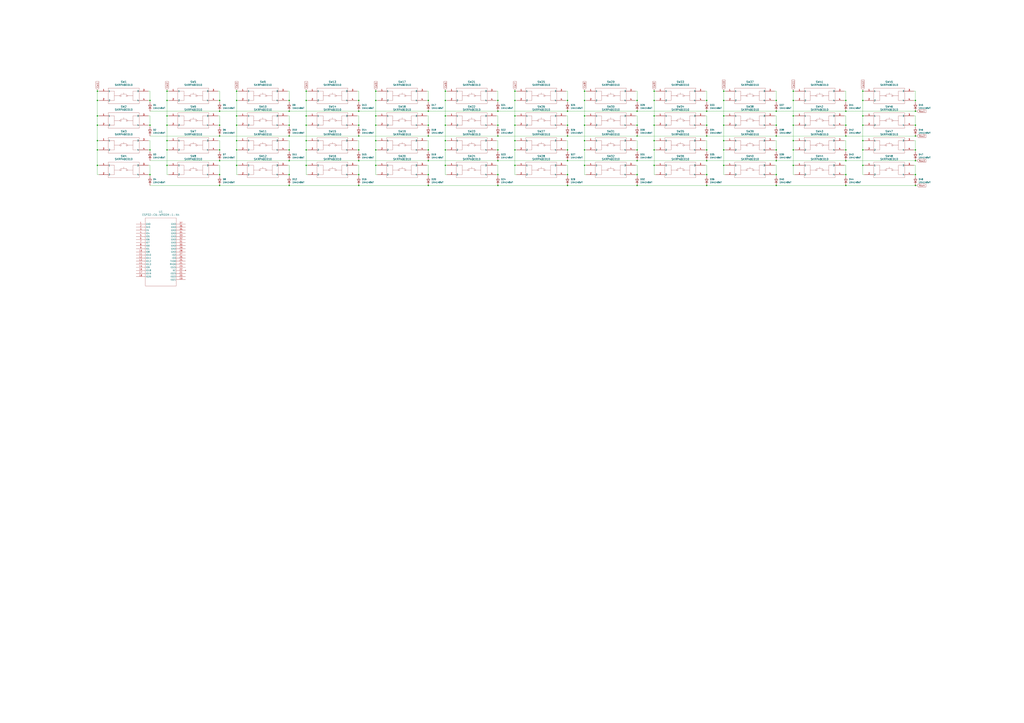
<source format=kicad_sch>
(kicad_sch (version 20231120) (generator "eeschema") (generator_version "8.0")
  (paper "A1")
  (junction (at 294.64 123.19))
  (junction (at 308.61 135.89))
  (junction (at 80.01 115.57))
  (junction (at 694.69 91.44))
  (junction (at 251.46 82.55))
  (junction (at 137.16 135.89))
  (junction (at 422.91 82.55))
  (junction (at 466.09 143.51))
  (junction (at 523.24 152.4))
  (junction (at 580.39 152.4))
  (junction (at 651.51 102.87))
  (junction (at 594.36 135.89))
  (junction (at 594.36 102.87))
  (junction (at 294.64 152.4))
  (junction (at 422.91 74.93))
  (junction (at 480.06 74.93))
  (junction (at 80.01 102.87))
  (junction (at 137.16 95.25))
  (junction (at 523.24 91.44))
  (junction (at 580.39 91.44))
  (junction (at 80.01 123.19))
  (junction (at 351.79 152.4))
  (junction (at 637.54 91.44))
  (junction (at 294.64 111.76))
  (junction (at 466.09 123.19))
  (junction (at 651.51 135.89))
  (junction (at 408.94 152.4))
  (junction (at 594.36 95.25))
  (junction (at 594.36 123.19))
  (junction (at 751.84 91.44))
  (junction (at 523.24 132.08))
  (junction (at 466.09 91.44))
  (junction (at 251.46 74.93))
  (junction (at 137.16 74.93))
  (junction (at 294.64 132.08))
  (junction (at 408.94 102.87))
  (junction (at 194.31 123.19))
  (junction (at 294.64 91.44))
  (junction (at 251.46 95.25))
  (junction (at 637.54 111.76))
  (junction (at 408.94 91.44))
  (junction (at 251.46 123.19))
  (junction (at 466.09 111.76))
  (junction (at 422.91 123.19))
  (junction (at 537.21 74.93))
  (junction (at 351.79 111.76))
  (junction (at 637.54 102.87))
  (junction (at 523.24 143.51))
  (junction (at 365.76 102.87))
  (junction (at 637.54 152.4))
  (junction (at 237.49 91.44))
  (junction (at 351.79 82.55))
  (junction (at 408.94 111.76))
  (junction (at 537.21 95.25))
  (junction (at 580.39 123.19))
  (junction (at 251.46 115.57))
  (junction (at 123.19 143.51))
  (junction (at 180.34 143.51))
  (junction (at 180.34 123.19))
  (junction (at 308.61 82.55))
  (junction (at 137.16 123.19))
  (junction (at 422.91 115.57))
  (junction (at 80.01 82.55))
  (junction (at 637.54 123.19))
  (junction (at 123.19 102.87))
  (junction (at 408.94 132.08))
  (junction (at 751.84 111.76))
  (junction (at 651.51 82.55))
  (junction (at 751.84 152.4))
  (junction (at 308.61 102.87))
  (junction (at 580.39 102.87))
  (junction (at 523.24 111.76))
  (junction (at 137.16 82.55))
  (junction (at 294.64 102.87))
  (junction (at 651.51 123.19))
  (junction (at 694.69 102.87))
  (junction (at 480.06 95.25))
  (junction (at 365.76 95.25))
  (junction (at 351.79 102.87))
  (junction (at 365.76 74.93))
  (junction (at 466.09 152.4))
  (junction (at 480.06 123.19))
  (junction (at 580.39 111.76))
  (junction (at 180.34 91.44))
  (junction (at 523.24 82.55))
  (junction (at 408.94 123.19))
  (junction (at 694.69 111.76))
  (junction (at 180.34 82.55))
  (junction (at 694.69 82.55))
  (junction (at 80.01 74.93))
  (junction (at 365.76 82.55))
  (junction (at 594.36 82.55))
  (junction (at 751.84 132.08))
  (junction (at 308.61 115.57))
  (junction (at 365.76 135.89))
  (junction (at 351.79 132.08))
  (junction (at 537.21 102.87))
  (junction (at 751.84 102.87))
  (junction (at 708.66 82.55))
  (junction (at 123.19 123.19))
  (junction (at 408.94 143.51))
  (junction (at 708.66 102.87))
  (junction (at 651.51 95.25))
  (junction (at 422.91 95.25))
  (junction (at 594.36 115.57))
  (junction (at 580.39 82.55))
  (junction (at 80.01 95.25))
  (junction (at 194.31 95.25))
  (junction (at 237.49 143.51))
  (junction (at 408.94 82.55))
  (junction (at 751.84 82.55))
  (junction (at 365.76 115.57))
  (junction (at 537.21 115.57))
  (junction (at 708.66 74.93))
  (junction (at 637.54 132.08))
  (junction (at 580.39 143.51))
  (junction (at 480.06 82.55))
  (junction (at 708.66 95.25))
  (junction (at 466.09 132.08))
  (junction (at 251.46 135.89))
  (junction (at 351.79 143.51))
  (junction (at 694.69 152.4))
  (junction (at 637.54 143.51))
  (junction (at 523.24 123.19))
  (junction (at 237.49 123.19))
  (junction (at 194.31 115.57))
  (junction (at 251.46 102.87))
  (junction (at 80.01 135.89))
  (junction (at 480.06 102.87))
  (junction (at 751.84 123.19))
  (junction (at 694.69 143.51))
  (junction (at 237.49 132.08))
  (junction (at 694.69 132.08))
  (junction (at 694.69 123.19))
  (junction (at 180.34 111.76))
  (junction (at 123.19 82.55))
  (junction (at 294.64 143.51))
  (junction (at 751.84 143.51))
  (junction (at 194.31 135.89))
  (junction (at 237.49 152.4))
  (junction (at 137.16 115.57))
  (junction (at 708.66 123.19))
  (junction (at 523.24 102.87))
  (junction (at 351.79 91.44))
  (junction (at 365.76 123.19))
  (junction (at 708.66 135.89))
  (junction (at 537.21 123.19))
  (junction (at 351.79 123.19))
  (junction (at 651.51 115.57))
  (junction (at 308.61 123.19))
  (junction (at 180.34 102.87))
  (junction (at 422.91 135.89))
  (junction (at 237.49 82.55))
  (junction (at 194.31 74.93))
  (junction (at 594.36 74.93))
  (junction (at 422.91 102.87))
  (junction (at 537.21 82.55))
  (junction (at 708.66 115.57))
  (junction (at 237.49 111.76))
  (junction (at 466.09 102.87))
  (junction (at 180.34 132.08))
  (junction (at 194.31 102.87))
  (junction (at 466.09 82.55))
  (junction (at 651.51 74.93))
  (junction (at 137.16 102.87))
  (junction (at 308.61 95.25))
  (junction (at 480.06 135.89))
  (junction (at 294.64 82.55))
  (junction (at 194.31 82.55))
  (junction (at 537.21 135.89))
  (junction (at 308.61 74.93))
  (junction (at 237.49 102.87))
  (junction (at 637.54 82.55))
  (junction (at 480.06 115.57))
  (junction (at 580.39 132.08))
  (junction (at 180.34 152.4))
  (wire (pts (xy 194.31 143.51) (xy 194.31 135.89)))
  (wire (pts (xy 464.82 135.89) (xy 466.09 135.89)))
  (wire (pts (xy 309.88 95.25) (xy 308.61 95.25)))
  (wire (pts (xy 179.07 135.89) (xy 180.34 135.89)))
  (wire (pts (xy 251.46 123.19) (xy 252.73 123.19)))
  (wire (pts (xy 636.27 143.51) (xy 637.54 143.51)))
  (wire (pts (xy 80.01 135.89) (xy 80.01 123.19)))
  (wire (pts (xy 694.69 132.08) (xy 751.84 132.08)))
  (wire (pts (xy 308.61 82.55) (xy 308.61 95.25)))
  (wire (pts (xy 708.66 135.89) (xy 708.66 123.19)))
  (wire (pts (xy 652.78 102.87) (xy 651.51 102.87)))
  (wire (pts (xy 350.52 123.19) (xy 351.79 123.19)))
  (wire (pts (xy 351.79 135.89) (xy 351.79 143.51)))
  (wire (pts (xy 523.24 82.55) (xy 523.24 83.82)))
  (wire (pts (xy 708.66 115.57) (xy 709.93 115.57)))
  (wire (pts (xy 480.06 123.19) (xy 481.33 123.19)))
  (wire (pts (xy 481.33 143.51) (xy 480.06 143.51)))
  (wire (pts (xy 579.12 95.25) (xy 580.39 95.25)))
  (wire (pts (xy 137.16 143.51) (xy 137.16 135.89)))
  (wire (pts (xy 521.97 74.93) (xy 523.24 74.93)))
  (wire (pts (xy 521.97 102.87) (xy 523.24 102.87)))
  (wire (pts (xy 694.69 143.51) (xy 694.69 144.78)))
  (wire (pts (xy 594.36 115.57) (xy 594.36 102.87)))
  (wire (pts (xy 123.19 91.44) (xy 180.34 91.44)))
  (wire (pts (xy 537.21 123.19) (xy 538.48 123.19)))
  (wire (pts (xy 466.09 95.25) (xy 466.09 102.87)))
  (wire (pts (xy 636.27 102.87) (xy 637.54 102.87)))
  (wire (pts (xy 294.64 82.55) (xy 294.64 83.82)))
  (wire (pts (xy 81.28 143.51) (xy 80.01 143.51)))
  (wire (pts (xy 538.48 143.51) (xy 537.21 143.51)))
  (wire (pts (xy 751.84 82.55) (xy 751.84 83.82)))
  (wire (pts (xy 121.92 115.57) (xy 123.19 115.57)))
  (wire (pts (xy 194.31 74.93) (xy 194.31 73.66)))
  (wire (pts (xy 180.34 111.76) (xy 237.49 111.76)))
  (wire (pts (xy 237.49 132.08) (xy 294.64 132.08)))
  (wire (pts (xy 80.01 82.55) (xy 80.01 74.93)))
  (wire (pts (xy 480.06 143.51) (xy 480.06 135.89)))
  (wire (pts (xy 123.19 135.89) (xy 123.19 143.51)))
  (wire (pts (xy 294.64 74.93) (xy 294.64 82.55)))
  (wire (pts (xy 651.51 82.55) (xy 651.51 74.93)))
  (wire (pts (xy 422.91 135.89) (xy 424.18 135.89)))
  (wire (pts (xy 751.84 74.93) (xy 751.84 82.55)))
  (wire (pts (xy 365.76 123.19) (xy 365.76 115.57)))
  (wire (pts (xy 251.46 102.87) (xy 251.46 95.25)))
  (wire (pts (xy 708.66 115.57) (xy 708.66 102.87)))
  (wire (pts (xy 594.36 135.89) (xy 595.63 135.89)))
  (wire (pts (xy 195.58 102.87) (xy 194.31 102.87)))
  (wire (pts (xy 694.69 152.4) (xy 751.84 152.4)))
  (wire (pts (xy 180.34 102.87) (xy 180.34 104.14)))
  (wire (pts (xy 251.46 115.57) (xy 251.46 102.87)))
  (wire (pts (xy 408.94 152.4) (xy 466.09 152.4)))
  (wire (pts (xy 294.64 152.4) (xy 351.79 152.4)))
  (wire (pts (xy 751.84 115.57) (xy 751.84 123.19)))
  (wire (pts (xy 351.79 152.4) (xy 408.94 152.4)))
  (wire (pts (xy 407.67 143.51) (xy 408.94 143.51)))
  (wire (pts (xy 365.76 82.55) (xy 365.76 74.93)))
  (wire (pts (xy 751.84 135.89) (xy 751.84 143.51)))
  (wire (pts (xy 651.51 74.93) (xy 652.78 74.93)))
  (wire (pts (xy 651.51 115.57) (xy 651.51 102.87)))
  (wire (pts (xy 137.16 135.89) (xy 137.16 123.19)))
  (wire (pts (xy 294.64 132.08) (xy 351.79 132.08)))
  (wire (pts (xy 121.92 135.89) (xy 123.19 135.89)))
  (wire (pts (xy 236.22 95.25) (xy 237.49 95.25)))
  (wire (pts (xy 236.22 102.87) (xy 237.49 102.87)))
  (wire (pts (xy 480.06 82.55) (xy 480.06 95.25)))
  (wire (pts (xy 636.27 123.19) (xy 637.54 123.19)))
  (wire (pts (xy 480.06 123.19) (xy 480.06 115.57)))
  (wire (pts (xy 294.64 95.25) (xy 294.64 102.87)))
  (wire (pts (xy 750.57 102.87) (xy 751.84 102.87)))
  (wire (pts (xy 708.66 123.19) (xy 709.93 123.19)))
  (wire (pts (xy 523.24 91.44) (xy 580.39 91.44)))
  (wire (pts (xy 422.91 135.89) (xy 422.91 123.19)))
  (wire (pts (xy 652.78 143.51) (xy 651.51 143.51)))
  (wire (pts (xy 537.21 115.57) (xy 537.21 102.87)))
  (wire (pts (xy 293.37 74.93) (xy 294.64 74.93)))
  (wire (pts (xy 708.66 74.93) (xy 709.93 74.93)))
  (wire (pts (xy 480.06 135.89) (xy 480.06 123.19)))
  (wire (pts (xy 580.39 91.44) (xy 637.54 91.44)))
  (wire (pts (xy 123.19 152.4) (xy 180.34 152.4)))
  (wire (pts (xy 138.43 102.87) (xy 137.16 102.87)))
  (wire (pts (xy 751.84 143.51) (xy 751.84 144.78)))
  (wire (pts (xy 538.48 102.87) (xy 537.21 102.87)))
  (wire (pts (xy 80.01 143.51) (xy 80.01 135.89)))
  (wire (pts (xy 480.06 102.87) (xy 480.06 95.25)))
  (wire (pts (xy 123.19 111.76) (xy 180.34 111.76)))
  (wire (pts (xy 194.31 115.57) (xy 194.31 102.87)))
  (wire (pts (xy 579.12 82.55) (xy 580.39 82.55)))
  (wire (pts (xy 251.46 82.55) (xy 251.46 74.93)))
  (wire (pts (xy 180.34 132.08) (xy 237.49 132.08)))
  (wire (pts (xy 694.69 123.19) (xy 694.69 124.46)))
  (wire (pts (xy 195.58 82.55) (xy 194.31 82.55)))
  (wire (pts (xy 579.12 135.89) (xy 580.39 135.89)))
  (wire (pts (xy 408.94 102.87) (xy 408.94 104.14)))
  (wire (pts (xy 194.31 102.87) (xy 194.31 95.25)))
  (wire (pts (xy 523.24 123.19) (xy 523.24 124.46)))
  (wire (pts (xy 407.67 102.87) (xy 408.94 102.87)))
  (wire (pts (xy 693.42 135.89) (xy 694.69 135.89)))
  (wire (pts (xy 466.09 135.89) (xy 466.09 143.51)))
  (wire (pts (xy 350.52 95.25) (xy 351.79 95.25)))
  (wire (pts (xy 694.69 91.44) (xy 751.84 91.44)))
  (wire (pts (xy 179.07 74.93) (xy 180.34 74.93)))
  (wire (pts (xy 523.24 74.93) (xy 523.24 82.55)))
  (wire (pts (xy 123.19 95.25) (xy 123.19 102.87)))
  (wire (pts (xy 293.37 102.87) (xy 294.64 102.87)))
  (wire (pts (xy 750.57 82.55) (xy 751.84 82.55)))
  (wire (pts (xy 636.27 95.25) (xy 637.54 95.25)))
  (wire (pts (xy 637.54 74.93) (xy 637.54 82.55)))
  (wire (pts (xy 466.09 102.87) (xy 466.09 104.14)))
  (wire (pts (xy 123.19 143.51) (xy 123.19 144.78)))
  (wire (pts (xy 121.92 74.93) (xy 123.19 74.93)))
  (wire (pts (xy 294.64 143.51) (xy 294.64 144.78)))
  (wire (pts (xy 693.42 82.55) (xy 694.69 82.55)))
  (wire (pts (xy 294.64 102.87) (xy 294.64 104.14)))
  (wire (pts (xy 179.07 95.25) (xy 180.34 95.25)))
  (wire (pts (xy 365.76 74.93) (xy 367.03 74.93)))
  (wire (pts (xy 466.09 115.57) (xy 466.09 123.19)))
  (wire (pts (xy 424.18 102.87) (xy 422.91 102.87)))
  (wire (pts (xy 751.84 102.87) (xy 751.84 104.14)))
  (wire (pts (xy 708.66 82.55) (xy 708.66 95.25)))
  (wire (pts (xy 594.36 82.55) (xy 594.36 95.25)))
  (wire (pts (xy 466.09 82.55) (xy 466.09 83.82)))
  (wire (pts (xy 464.82 74.93) (xy 466.09 74.93)))
  (wire (pts (xy 422.91 82.55) (xy 422.91 95.25)))
  (wire (pts (xy 350.52 74.93) (xy 351.79 74.93)))
  (wire (pts (xy 637.54 102.87) (xy 637.54 104.14)))
  (wire (pts (xy 308.61 102.87) (xy 308.61 95.25)))
  (wire (pts (xy 194.31 123.19) (xy 195.58 123.19)))
  (wire (pts (xy 580.39 143.51) (xy 580.39 144.78)))
  (wire (pts (xy 481.33 95.25) (xy 480.06 95.25)))
  (wire (pts (xy 637.54 135.89) (xy 637.54 143.51)))
  (wire (pts (xy 365.76 115.57) (xy 367.03 115.57)))
  (wire (pts (xy 537.21 123.19) (xy 537.21 115.57)))
  (wire (pts (xy 537.21 102.87) (xy 537.21 95.25)))
  (wire (pts (xy 179.07 102.87) (xy 180.34 102.87)))
  (wire (pts (xy 365.76 74.93) (xy 365.76 73.66)))
  (wire (pts (xy 367.03 102.87) (xy 365.76 102.87)))
  (wire (pts (xy 180.34 95.25) (xy 180.34 102.87)))
  (wire (pts (xy 750.57 74.93) (xy 751.84 74.93)))
  (wire (pts (xy 750.57 143.51) (xy 751.84 143.51)))
  (wire (pts (xy 579.12 102.87) (xy 580.39 102.87)))
  (wire (pts (xy 594.36 115.57) (xy 595.63 115.57)))
  (wire (pts (xy 408.94 115.57) (xy 408.94 123.19)))
  (wire (pts (xy 580.39 123.19) (xy 580.39 124.46)))
  (wire (pts (xy 407.67 82.55) (xy 408.94 82.55)))
  (wire (pts (xy 637.54 152.4) (xy 694.69 152.4)))
  (wire (pts (xy 351.79 143.51) (xy 351.79 144.78)))
  (wire (pts (xy 595.63 95.25) (xy 594.36 95.25)))
  (wire (pts (xy 180.34 82.55) (xy 180.34 83.82)))
  (wire (pts (xy 693.42 95.25) (xy 694.69 95.25)))
  (wire (pts (xy 237.49 102.87) (xy 237.49 104.14)))
  (wire (pts (xy 138.43 143.51) (xy 137.16 143.51)))
  (wire (pts (xy 123.19 74.93) (xy 123.19 82.55)))
  (wire (pts (xy 480.06 135.89) (xy 481.33 135.89)))
  (wire (pts (xy 480.06 82.55) (xy 480.06 74.93)))
  (wire (pts (xy 580.39 152.4) (xy 637.54 152.4)))
  (wire (pts (xy 579.12 74.93) (xy 580.39 74.93)))
  (wire (pts (xy 137.16 74.93) (xy 138.43 74.93)))
  (wire (pts (xy 594.36 123.19) (xy 594.36 115.57)))
  (wire (pts (xy 309.88 143.51) (xy 308.61 143.51)))
  (wire (pts (xy 236.22 135.89) (xy 237.49 135.89)))
  (wire (pts (xy 424.18 143.51) (xy 422.91 143.51)))
  (wire (pts (xy 651.51 123.19) (xy 651.51 115.57)))
  (wire (pts (xy 293.37 123.19) (xy 294.64 123.19)))
  (wire (pts (xy 580.39 95.25) (xy 580.39 102.87)))
  (wire (pts (xy 308.61 115.57) (xy 308.61 102.87)))
  (wire (pts (xy 367.03 143.51) (xy 365.76 143.51)))
  (wire (pts (xy 595.63 102.87) (xy 594.36 102.87)))
  (wire (pts (xy 308.61 115.57) (xy 309.88 115.57)))
  (wire (pts (xy 123.19 115.57) (xy 123.19 123.19)))
  (wire (pts (xy 538.48 95.25) (xy 537.21 95.25)))
  (wire (pts (xy 237.49 95.25) (xy 237.49 102.87)))
  (wire (pts (xy 180.34 143.51) (xy 180.34 144.78)))
  (wire (pts (xy 236.22 115.57) (xy 237.49 115.57)))
  (wire (pts (xy 308.61 74.93) (xy 309.88 74.93)))
  (wire (pts (xy 751.84 152.4) (xy 753.11 152.4)))
  (wire (pts (xy 466.09 132.08) (xy 523.24 132.08)))
  (wire (pts (xy 537.21 82.55) (xy 537.21 74.93)))
  (wire (pts (xy 137.16 102.87) (xy 137.16 95.25)))
  (wire (pts (xy 308.61 82.55) (xy 308.61 74.93)))
  (wire (pts (xy 537.21 143.51) (xy 537.21 135.89)))
  (wire (pts (xy 236.22 123.19) (xy 237.49 123.19)))
  (wire (pts (xy 408.94 74.93) (xy 408.94 82.55)))
  (wire (pts (xy 521.97 82.55) (xy 523.24 82.55)))
  (wire (pts (xy 137.16 82.55) (xy 137.16 95.25)))
  (wire (pts (xy 351.79 111.76) (xy 408.94 111.76)))
  (wire (pts (xy 407.67 95.25) (xy 408.94 95.25)))
  (wire (pts (xy 422.91 74.93) (xy 424.18 74.93)))
  (wire (pts (xy 594.36 123.19) (xy 595.63 123.19)))
  (wire (pts (xy 636.27 115.57) (xy 637.54 115.57)))
  (wire (pts (xy 80.01 102.87) (xy 80.01 95.25)))
  (wire (pts (xy 308.61 74.93) (xy 308.61 73.66)))
  (wire (pts (xy 179.07 143.51) (xy 180.34 143.51)))
  (wire (pts (xy 651.51 135.89) (xy 652.78 135.89)))
  (wire (pts (xy 180.34 152.4) (xy 237.49 152.4)))
  (wire (pts (xy 651.51 135.89) (xy 651.51 123.19)))
  (wire (pts (xy 652.78 95.25) (xy 651.51 95.25)))
  (wire (pts (xy 350.52 102.87) (xy 351.79 102.87)))
  (wire (pts (xy 137.16 135.89) (xy 138.43 135.89)))
  (wire (pts (xy 751.84 132.08) (xy 753.11 132.08)))
  (wire (pts (xy 309.88 82.55) (xy 308.61 82.55)))
  (wire (pts (xy 137.16 74.93) (xy 137.16 73.66)))
  (wire (pts (xy 252.73 82.55) (xy 251.46 82.55)))
  (wire (pts (xy 251.46 135.89) (xy 251.46 123.19)))
  (wire (pts (xy 464.82 95.25) (xy 466.09 95.25)))
  (wire (pts (xy 351.79 123.19) (xy 351.79 124.46)))
  (wire (pts (xy 408.94 132.08) (xy 466.09 132.08)))
  (wire (pts (xy 179.07 123.19) (xy 180.34 123.19)))
  (wire (pts (xy 293.37 82.55) (xy 294.64 82.55)))
  (wire (pts (xy 750.57 115.57) (xy 751.84 115.57)))
  (wire (pts (xy 464.82 115.57) (xy 466.09 115.57)))
  (wire (pts (xy 180.34 115.57) (xy 180.34 123.19)))
  (wire (pts (xy 81.28 82.55) (xy 80.01 82.55)))
  (wire (pts (xy 594.36 135.89) (xy 594.36 123.19)))
  (wire (pts (xy 137.16 82.55) (xy 137.16 74.93)))
  (wire (pts (xy 137.16 115.57) (xy 137.16 102.87)))
  (wire (pts (xy 422.91 115.57) (xy 422.91 102.87)))
  (wire (pts (xy 464.82 102.87) (xy 466.09 102.87)))
  (wire (pts (xy 595.63 82.55) (xy 594.36 82.55)))
  (wire (pts (xy 580.39 111.76) (xy 637.54 111.76)))
  (wire (pts (xy 408.94 95.25) (xy 408.94 102.87)))
  (wire (pts (xy 252.73 143.51) (xy 251.46 143.51)))
  (wire (pts (xy 580.39 115.57) (xy 580.39 123.19)))
  (wire (pts (xy 422.91 143.51) (xy 422.91 135.89)))
  (wire (pts (xy 579.12 123.19) (xy 580.39 123.19)))
  (wire (pts (xy 237.49 82.55) (xy 237.49 83.82)))
  (wire (pts (xy 637.54 82.55) (xy 637.54 83.82)))
  (wire (pts (xy 351.79 82.55) (xy 351.79 83.82)))
  (wire (pts (xy 350.52 82.55) (xy 351.79 82.55)))
  (wire (pts (xy 81.28 95.25) (xy 80.01 95.25)))
  (wire (pts (xy 351.79 74.93) (xy 351.79 82.55)))
  (wire (pts (xy 308.61 135.89) (xy 308.61 123.19)))
  (wire (pts (xy 637.54 95.25) (xy 637.54 102.87)))
  (wire (pts (xy 521.97 143.51) (xy 523.24 143.51)))
  (wire (pts (xy 237.49 152.4) (xy 294.64 152.4)))
  (wire (pts (xy 294.64 91.44) (xy 351.79 91.44)))
  (wire (pts (xy 293.37 135.89) (xy 294.64 135.89)))
  (wire (pts (xy 595.63 143.51) (xy 594.36 143.51)))
  (wire (pts (xy 365.76 115.57) (xy 365.76 102.87)))
  (wire (pts (xy 523.24 102.87) (xy 523.24 104.14)))
  (wire (pts (xy 580.39 82.55) (xy 580.39 83.82)))
  (wire (pts (xy 408.94 143.51) (xy 408.94 144.78)))
  (wire (pts (xy 523.24 143.51) (xy 523.24 144.78)))
  (wire (pts (xy 651.51 102.87) (xy 651.51 95.25)))
  (wire (pts (xy 481.33 82.55) (xy 480.06 82.55)))
  (wire (pts (xy 466.09 123.19) (xy 466.09 124.46)))
  (wire (pts (xy 594.36 74.93) (xy 594.36 73.66)))
  (wire (pts (xy 637.54 132.08) (xy 694.69 132.08)))
  (wire (pts (xy 365.76 135.89) (xy 365.76 123.19)))
  (wire (pts (xy 236.22 143.51) (xy 237.49 143.51)))
  (wire (pts (xy 751.84 91.44) (xy 753.11 91.44)))
  (wire (pts (xy 422.91 123.19) (xy 424.18 123.19)))
  (wire (pts (xy 594.36 74.93) (xy 595.63 74.93)))
  (wire (pts (xy 294.64 111.76) (xy 351.79 111.76)))
  (wire (pts (xy 651.51 143.51) (xy 651.51 135.89)))
  (wire (pts (xy 750.57 135.89) (xy 751.84 135.89)))
  (wire (pts (xy 123.19 123.19) (xy 123.19 124.46)))
  (wire (pts (xy 293.37 115.57) (xy 294.64 115.57)))
  (wire (pts (xy 351.79 115.57) (xy 351.79 123.19)))
  (wire (pts (xy 294.64 135.89) (xy 294.64 143.51)))
  (wire (pts (xy 579.12 115.57) (xy 580.39 115.57)))
  (wire (pts (xy 408.94 91.44) (xy 466.09 91.44)))
  (wire (pts (xy 194.31 82.55) (xy 194.31 74.93)))
  (wire (pts (xy 637.54 123.19) (xy 637.54 124.46)))
  (wire (pts (xy 194.31 74.93) (xy 195.58 74.93)))
  (wire (pts (xy 123.19 102.87) (xy 123.19 104.14)))
  (wire (pts (xy 523.24 115.57) (xy 523.24 123.19)))
  (wire (pts (xy 422.91 102.87) (xy 422.91 95.25)))
  (wire (pts (xy 251.46 74.93) (xy 251.46 73.66)))
  (wire (pts (xy 594.36 102.87) (xy 594.36 95.25)))
  (wire (pts (xy 179.07 82.55) (xy 180.34 82.55)))
  (wire (pts (xy 309.88 102.87) (xy 308.61 102.87)))
  (wire (pts (xy 237.49 74.93) (xy 237.49 82.55)))
  (wire (pts (xy 195.58 143.51) (xy 194.31 143.51)))
  (wire (pts (xy 709.93 82.55) (xy 708.66 82.55)))
  (wire (pts (xy 580.39 74.93) (xy 580.39 82.55)))
  (wire (pts (xy 294.64 123.19) (xy 294.64 124.46)))
  (wire (pts (xy 293.37 143.51) (xy 294.64 143.51)))
  (wire (pts (xy 365.76 102.87) (xy 365.76 95.25)))
  (wire (pts (xy 407.67 115.57) (xy 408.94 115.57)))
  (wire (pts (xy 480.06 74.93) (xy 480.06 73.66)))
  (wire (pts (xy 636.27 135.89) (xy 637.54 135.89)))
  (wire (pts (xy 694.69 95.25) (xy 694.69 102.87)))
  (wire (pts (xy 537.21 82.55) (xy 537.21 95.25)))
  (wire (pts (xy 350.52 143.51) (xy 351.79 143.51)))
  (wire (pts (xy 523.24 135.89) (xy 523.24 143.51)))
  (wire (pts (xy 652.78 82.55) (xy 651.51 82.55)))
  (wire (pts (xy 365.76 143.51) (xy 365.76 135.89)))
  (wire (pts (xy 466.09 74.93) (xy 466.09 82.55)))
  (wire (pts (xy 236.22 74.93) (xy 237.49 74.93)))
  (wire (pts (xy 694.69 74.93) (xy 694.69 82.55)))
  (wire (pts (xy 480.06 74.93) (xy 481.33 74.93)))
  (wire (pts (xy 80.01 123.19) (xy 81.28 123.19)))
  (wire (pts (xy 537.21 135.89) (xy 537.21 123.19)))
  (wire (pts (xy 407.67 74.93) (xy 408.94 74.93)))
  (wire (pts (xy 580.39 102.87) (xy 580.39 104.14)))
  (wire (pts (xy 80.01 82.55) (xy 80.01 95.25)))
  (wire (pts (xy 521.97 115.57) (xy 523.24 115.57)))
  (wire (pts (xy 80.01 123.19) (xy 80.01 115.57)))
  (wire (pts (xy 651.51 115.57) (xy 652.78 115.57)))
  (wire (pts (xy 709.93 143.51) (xy 708.66 143.51)))
  (wire (pts (xy 481.33 102.87) (xy 480.06 102.87)))
  (wire (pts (xy 237.49 115.57) (xy 237.49 123.19)))
  (wire (pts (xy 180.34 91.44) (xy 237.49 91.44)))
  (wire (pts (xy 523.24 111.76) (xy 580.39 111.76)))
  (wire (pts (xy 194.31 135.89) (xy 195.58 135.89)))
  (wire (pts (xy 237.49 91.44) (xy 294.64 91.44)))
  (wire (pts (xy 237.49 135.89) (xy 237.49 143.51)))
  (wire (pts (xy 308.61 135.89) (xy 309.88 135.89)))
  (wire (pts (xy 464.82 123.19) (xy 466.09 123.19)))
  (wire (pts (xy 708.66 123.19) (xy 708.66 115.57)))
  (wire (pts (xy 694.69 111.76) (xy 751.84 111.76)))
  (wire (pts (xy 580.39 135.89) (xy 580.39 143.51)))
  (wire (pts (xy 422.91 74.93) (xy 422.91 73.66)))
  (wire (pts (xy 708.66 74.93) (xy 708.66 73.66)))
  (wire (pts (xy 80.01 115.57) (xy 80.01 102.87)))
  (wire (pts (xy 523.24 95.25) (xy 523.24 102.87)))
  (wire (pts (xy 252.73 95.25) (xy 251.46 95.25)))
  (wire (pts (xy 408.94 135.89) (xy 408.94 143.51)))
  (wire (pts (xy 708.66 143.51) (xy 708.66 135.89)))
  (wire (pts (xy 422.91 115.57) (xy 424.18 115.57)))
  (wire (pts (xy 194.31 123.19) (xy 194.31 115.57)))
  (wire (pts (xy 121.92 95.25) (xy 123.19 95.25)))
  (wire (pts (xy 180.34 123.19) (xy 180.34 124.46)))
  (wire (pts (xy 179.07 115.57) (xy 180.34 115.57)))
  (wire (pts (xy 651.51 74.93) (xy 651.51 73.66)))
  (wire (pts (xy 351.79 95.25) (xy 351.79 102.87)))
  (wire (pts (xy 708.66 82.55) (xy 708.66 74.93)))
  (wire (pts (xy 422.91 82.55) (xy 422.91 74.93)))
  (wire (pts (xy 308.61 123.19) (xy 309.88 123.19)))
  (wire (pts (xy 580.39 132.08) (xy 637.54 132.08)))
  (wire (pts (xy 480.06 115.57) (xy 480.06 102.87)))
  (wire (pts (xy 237.49 111.76) (xy 294.64 111.76)))
  (wire (pts (xy 521.97 135.89) (xy 523.24 135.89)))
  (wire (pts (xy 367.03 82.55) (xy 365.76 82.55)))
  (wire (pts (xy 651.51 82.55) (xy 651.51 95.25)))
  (wire (pts (xy 367.03 95.25) (xy 365.76 95.25)))
  (wire (pts (xy 138.43 82.55) (xy 137.16 82.55)))
  (wire (pts (xy 408.94 82.55) (xy 408.94 83.82)))
  (wire (pts (xy 636.27 74.93) (xy 637.54 74.93)))
  (wire (pts (xy 579.12 143.51) (xy 580.39 143.51)))
  (wire (pts (xy 365.76 123.19) (xy 367.03 123.19)))
  (wire (pts (xy 121.92 82.55) (xy 123.19 82.55)))
  (wire (pts (xy 466.09 143.51) (xy 466.09 144.78)))
  (wire (pts (xy 466.09 91.44) (xy 523.24 91.44)))
  (wire (pts (xy 137.16 115.57) (xy 138.43 115.57)))
  (wire (pts (xy 251.46 82.55) (xy 251.46 95.25)))
  (wire (pts (xy 708.66 135.89) (xy 709.93 135.89)))
  (wire (pts (xy 693.42 74.93) (xy 694.69 74.93)))
  (wire (pts (xy 408.94 111.76) (xy 466.09 111.76)))
  (wire (pts (xy 480.06 115.57) (xy 481.33 115.57)))
  (wire (pts (xy 350.52 135.89) (xy 351.79 135.89)))
  (wire (pts (xy 693.42 102.87) (xy 694.69 102.87)))
  (wire (pts (xy 424.18 95.25) (xy 422.91 95.25)))
  (wire (pts (xy 537.21 74.93) (xy 538.48 74.93)))
  (wire (pts (xy 237.49 123.19) (xy 237.49 124.46)))
  (wire (pts (xy 537.21 74.93) (xy 537.21 73.66)))
  (wire (pts (xy 693.42 143.51) (xy 694.69 143.51)))
  (wire (pts (xy 121.92 143.51) (xy 123.19 143.51)))
  (wire (pts (xy 123.19 82.55) (xy 123.19 83.82)))
  (wire (pts (xy 709.93 102.87) (xy 708.66 102.87)))
  (wire (pts (xy 365.76 135.89) (xy 367.03 135.89)))
  (wire (pts (xy 523.24 132.08) (xy 580.39 132.08)))
  (wire (pts (xy 637.54 143.51) (xy 637.54 144.78)))
  (wire (pts (xy 80.01 74.93) (xy 81.28 74.93)))
  (wire (pts (xy 537.21 115.57) (xy 538.48 115.57)))
  (wire (pts (xy 750.57 95.25) (xy 751.84 95.25)))
  (wire (pts (xy 251.46 115.57) (xy 252.73 115.57)))
  (wire (pts (xy 422.91 123.19) (xy 422.91 115.57)))
  (wire (pts (xy 637.54 111.76) (xy 694.69 111.76)))
  (wire (pts (xy 194.31 135.89) (xy 194.31 123.19)))
  (wire (pts (xy 351.79 102.87) (xy 351.79 104.14)))
  (wire (pts (xy 464.82 82.55) (xy 466.09 82.55)))
  (wire (pts (xy 80.01 74.93) (xy 80.01 73.66)))
  (wire (pts (xy 466.09 111.76) (xy 523.24 111.76)))
  (wire (pts (xy 523.24 152.4) (xy 580.39 152.4)))
  (wire (pts (xy 637.54 115.57) (xy 637.54 123.19)))
  (wire (pts (xy 424.18 82.55) (xy 422.91 82.55)))
  (wire (pts (xy 365.76 82.55) (xy 365.76 95.25)))
  (wire (pts (xy 709.93 95.25) (xy 708.66 95.25)))
  (wire (pts (xy 237.49 143.51) (xy 237.49 144.78)))
  (wire (pts (xy 594.36 82.55) (xy 594.36 74.93)))
  (wire (pts (xy 693.42 115.57) (xy 694.69 115.57)))
  (wire (pts (xy 137.16 123.19) (xy 137.16 115.57)))
  (wire (pts (xy 521.97 95.25) (xy 523.24 95.25)))
  (wire (pts (xy 251.46 123.19) (xy 251.46 115.57)))
  (wire (pts (xy 180.34 135.89) (xy 180.34 143.51)))
  (wire (pts (xy 408.94 123.19) (xy 408.94 124.46)))
  (wire (pts (xy 651.51 123.19) (xy 652.78 123.19)))
  (wire (pts (xy 537.21 135.89) (xy 538.48 135.89)))
  (wire (pts (xy 251.46 143.51) (xy 251.46 135.89)))
  (wire (pts (xy 407.67 135.89) (xy 408.94 135.89)))
  (wire (pts (xy 252.73 102.87) (xy 251.46 102.87)))
  (wire (pts (xy 538.48 82.55) (xy 537.21 82.55)))
  (wire (pts (xy 308.61 123.19) (xy 308.61 115.57)))
  (wire (pts (xy 694.69 135.89) (xy 694.69 143.51)))
  (wire (pts (xy 751.84 111.76) (xy 753.11 111.76)))
  (wire (pts (xy 138.43 95.25) (xy 137.16 95.25)))
  (wire (pts (xy 521.97 123.19) (xy 523.24 123.19)))
  (wire (pts (xy 137.16 123.19) (xy 138.43 123.19)))
  (wire (pts (xy 694.69 82.55) (xy 694.69 83.82)))
  (wire (pts (xy 195.58 95.25) (xy 194.31 95.25)))
  (wire (pts (xy 693.42 123.19) (xy 694.69 123.19)))
  (wire (pts (xy 236.22 82.55) (xy 237.49 82.55)))
  (wire (pts (xy 121.92 102.87) (xy 123.19 102.87)))
  (wire (pts (xy 80.01 115.57) (xy 81.28 115.57)))
  (wire (pts (xy 80.01 135.89) (xy 81.28 135.89)))
  (wire (pts (xy 351.79 91.44) (xy 408.94 91.44)))
  (wire (pts (xy 750.57 123.19) (xy 751.84 123.19)))
  (wire (pts (xy 594.36 143.51) (xy 594.36 135.89)))
  (wire (pts (xy 407.67 123.19) (xy 408.94 123.19)))
  (wire (pts (xy 194.31 82.55) (xy 194.31 95.25)))
  (wire (pts (xy 308.61 143.51) (xy 308.61 135.89)))
  (wire (pts (xy 708.66 102.87) (xy 708.66 95.25)))
  (wire (pts (xy 251.46 135.89) (xy 252.73 135.89)))
  (wire (pts (xy 694.69 102.87) (xy 694.69 104.14)))
  (wire (pts (xy 123.19 132.08) (xy 180.34 132.08)))
  (wire (pts (xy 194.31 115.57) (xy 195.58 115.57)))
  (wire (pts (xy 637.54 91.44) (xy 694.69 91.44)))
  (wire (pts (xy 464.82 143.51) (xy 466.09 143.51)))
  (wire (pts (xy 636.27 82.55) (xy 637.54 82.55)))
  (wire (pts (xy 751.84 95.25) (xy 751.84 102.87)))
  (wire (pts (xy 81.28 102.87) (xy 80.01 102.87)))
  (wire (pts (xy 294.64 115.57) (xy 294.64 123.19)))
  (wire (pts (xy 351.79 132.08) (xy 408.94 132.08)))
  (wire (pts (xy 121.92 123.19) (xy 123.19 123.19)))
  (wire (pts (xy 694.69 115.57) (xy 694.69 123.19)))
  (wire (pts (xy 293.37 95.25) (xy 294.64 95.25)))
  (wire (pts (xy 251.46 74.93) (xy 252.73 74.93)))
  (wire (pts (xy 751.84 123.19) (xy 751.84 124.46)))
  (wire (pts (xy 350.52 115.57) (xy 351.79 115.57)))
  (wire (pts (xy 466.09 152.4) (xy 523.24 152.4)))
  (wire (pts (xy 180.34 74.93) (xy 180.34 82.55)))
  (global_label "Col5" (shape input) (at 308.61 73.66 90) (property "Intersheetrefs" "${INTERSHEET_REFS}" (effects (hide yes))))
  (global_label "Col10" (shape input) (at 594.36 73.66 90) (property "Intersheetrefs" "${INTERSHEET_REFS}" (effects (hide yes))))
  (global_label "Col8" (shape input) (at 480.06 73.66 90) (property "Intersheetrefs" "${INTERSHEET_REFS}" (effects (hide yes))))
  (global_label "Col2" (shape input) (at 137.16 73.66 90) (property "Intersheetrefs" "${INTERSHEET_REFS}" (effects (hide yes))))
  (global_label "Col12" (shape input) (at 708.66 73.66 90) (property "Intersheetrefs" "${INTERSHEET_REFS}" (effects (hide yes))))
  (global_label "Row1" (shape input) (at 753.11 91.44 0) (property "Intersheetrefs" "${INTERSHEET_REFS}" (effects (hide yes))))
  (global_label "Col6" (shape input) (at 365.76 73.66 90) (property "Intersheetrefs" "${INTERSHEET_REFS}" (effects (hide yes))))
  (global_label "Row2" (shape input) (at 753.11 111.76 0) (property "Intersheetrefs" "${INTERSHEET_REFS}" (effects (hide yes))))
  (global_label "Col9" (shape input) (at 537.21 73.66 90) (property "Intersheetrefs" "${INTERSHEET_REFS}" (effects (hide yes))))
  (global_label "Row3" (shape input) (at 753.11 132.08 0) (property "Intersheetrefs" "${INTERSHEET_REFS}" (effects (hide yes))))
  (global_label "Col7" (shape input) (at 422.91 73.66 90) (property "Intersheetrefs" "${INTERSHEET_REFS}" (effects (hide yes))))
  (global_label "Row4" (shape input) (at 753.11 152.4 0) (property "Intersheetrefs" "${INTERSHEET_REFS}" (effects (hide yes))))
  (global_label "Col4" (shape input) (at 251.46 73.66 90) (property "Intersheetrefs" "${INTERSHEET_REFS}" (effects (hide yes))))
  (global_label "Col11" (shape input) (at 651.51 73.66 90) (property "Intersheetrefs" "${INTERSHEET_REFS}" (effects (hide yes))))
  (global_label "Col1" (shape input) (at 80.01 73.66 90) (property "Intersheetrefs" "${INTERSHEET_REFS}" (effects (hide yes))))
  (global_label "Col3" (shape input) (at 194.31 73.66 90) (property "Intersheetrefs" "${INTERSHEET_REFS}" (effects (hide yes))))
  (symbol (lib_id "Diode:1N4148WT") (at 466.09 87.63 90) (unit 1)
    (property "Reference" "D25" (at 468.63 86.3599 90) (effects (justify right)))
    (property "Value" "1N4148WT" (at 468.63 88.8999 90) (effects (justify right)))
    (property "Footprint" "Diode_SMD:D_SOD-523" (effects (hide yes)))
    (property "Datasheet" "https://www.diodes.com/assets/Datasheets/ds30396.pdf" (effects (hide yes)))
    (property "Description" "75V 0.15A Fast switching Diode, SOD-523" (effects (hide yes)))
    (property "Sim.Device" "D" (effects (hide yes)))
    (property "Sim.Pins" "1=K 2=A" (effects (hide yes)))
  )
  (symbol (lib_id "Diode:1N4148WT") (at 580.39 107.95 90) (unit 1)
    (property "Reference" "D34" (at 582.93 106.6799 90) (effects (justify right)))
    (property "Value" "1N4148WT" (at 582.93 109.2199 90) (effects (justify right)))
    (property "Footprint" "Diode_SMD:D_SOD-523" (effects (hide yes)))
    (property "Datasheet" "https://www.diodes.com/assets/Datasheets/ds30396.pdf" (effects (hide yes)))
    (property "Description" "75V 0.15A Fast switching Diode, SOD-523" (effects (hide yes)))
    (property "Sim.Device" "D" (effects (hide yes)))
    (property "Sim.Pins" "1=K 2=A" (effects (hide yes)))
  )
  (symbol (lib_id "Diode:1N4148WT") (at 294.64 87.63 90) (unit 1)
    (property "Reference" "D13" (at 297.18 86.3599 90) (effects (justify right)))
    (property "Value" "1N4148WT" (at 297.18 88.8999 90) (effects (justify right)))
    (property "Footprint" "Diode_SMD:D_SOD-523" (effects (hide yes)))
    (property "Datasheet" "https://www.diodes.com/assets/Datasheets/ds30396.pdf" (effects (hide yes)))
    (property "Description" "75V 0.15A Fast switching Diode, SOD-523" (effects (hide yes)))
    (property "Sim.Device" "D" (effects (hide yes)))
    (property "Sim.Pins" "1=K 2=A" (effects (hide yes)))
  )
  (symbol (lib_id "DataSlice:SKRPABE010") (at 652.78 115.57 0) (unit 1)
    (property "Reference" "SW43" (at 673.1 107.95 0) (effects (font (size 1.524 1.524))))
    (property "Value" "SKRPABE010" (at 673.1 110.49 0) (effects (font (size 1.524 1.524))))
    (property "Footprint" "SW4_SKRPABE010_ALPS" (effects (hide yes)))
    (property "Datasheet" "SKRPABE010" (effects (hide yes)))
  )
  (symbol (lib_id "DataSlice:SKRPABE010") (at 481.33 95.25 0) (unit 1)
    (property "Reference" "SW30" (at 501.65 87.63 0) (effects (font (size 1.524 1.524))))
    (property "Value" "SKRPABE010" (at 501.65 90.17 0) (effects (font (size 1.524 1.524))))
    (property "Footprint" "SW4_SKRPABE010_ALPS" (effects (hide yes)))
    (property "Datasheet" "SKRPABE010" (effects (hide yes)))
  )
  (symbol (lib_id "DataSlice:SKRPABE010") (at 538.48 74.93 0) (unit 1)
    (property "Reference" "SW33" (at 558.8 67.31 0) (effects (font (size 1.524 1.524))))
    (property "Value" "SKRPABE010" (at 558.8 69.85 0) (effects (font (size 1.524 1.524))))
    (property "Footprint" "SW4_SKRPABE010_ALPS" (effects (hide yes)))
    (property "Datasheet" "SKRPABE010" (effects (hide yes)))
  )
  (symbol (lib_id "DataSlice:SKRPABE010") (at 138.43 135.89 0) (unit 1)
    (property "Reference" "SW8" (at 158.75 128.27 0) (effects (font (size 1.524 1.524))))
    (property "Value" "SKRPABE010" (at 158.75 130.81 0) (effects (font (size 1.524 1.524))))
    (property "Footprint" "SW4_SKRPABE010_ALPS" (effects (hide yes)))
    (property "Datasheet" "SKRPABE010" (effects (hide yes)))
  )
  (symbol (lib_id "Diode:1N4148WT") (at 237.49 87.63 90) (unit 1)
    (property "Reference" "D9" (at 240.03 86.3599 90) (effects (justify right)))
    (property "Value" "1N4148WT" (at 240.03 88.8999 90) (effects (justify right)))
    (property "Footprint" "Diode_SMD:D_SOD-523" (effects (hide yes)))
    (property "Datasheet" "https://www.diodes.com/assets/Datasheets/ds30396.pdf" (effects (hide yes)))
    (property "Description" "75V 0.15A Fast switching Diode, SOD-523" (effects (hide yes)))
    (property "Sim.Device" "D" (effects (hide yes)))
    (property "Sim.Pins" "1=K 2=A" (effects (hide yes)))
  )
  (symbol (lib_id "Diode:1N4148WT") (at 351.79 128.27 90) (unit 1)
    (property "Reference" "D19" (at 354.33 126.9999 90) (effects (justify right)))
    (property "Value" "1N4148WT" (at 354.33 129.5399 90) (effects (justify right)))
    (property "Footprint" "Diode_SMD:D_SOD-523" (effects (hide yes)))
    (property "Datasheet" "https://www.diodes.com/assets/Datasheets/ds30396.pdf" (effects (hide yes)))
    (property "Description" "75V 0.15A Fast switching Diode, SOD-523" (effects (hide yes)))
    (property "Sim.Device" "D" (effects (hide yes)))
    (property "Sim.Pins" "1=K 2=A" (effects (hide yes)))
  )
  (symbol (lib_id "DataSlice:SKRPABE010") (at 424.18 135.89 0) (unit 1)
    (property "Reference" "SW28" (at 444.5 128.27 0) (effects (font (size 1.524 1.524))))
    (property "Value" "SKRPABE010" (at 444.5 130.81 0) (effects (font (size 1.524 1.524))))
    (property "Footprint" "SW4_SKRPABE010_ALPS" (effects (hide yes)))
    (property "Datasheet" "SKRPABE010" (effects (hide yes)))
  )
  (symbol (lib_id "Diode:1N4148WT") (at 580.39 87.63 90) (unit 1)
    (property "Reference" "D33" (at 582.93 86.3599 90) (effects (justify right)))
    (property "Value" "1N4148WT" (at 582.93 88.8999 90) (effects (justify right)))
    (property "Footprint" "Diode_SMD:D_SOD-523" (effects (hide yes)))
    (property "Datasheet" "https://www.diodes.com/assets/Datasheets/ds30396.pdf" (effects (hide yes)))
    (property "Description" "75V 0.15A Fast switching Diode, SOD-523" (effects (hide yes)))
    (property "Sim.Device" "D" (effects (hide yes)))
    (property "Sim.Pins" "1=K 2=A" (effects (hide yes)))
  )
  (symbol (lib_id "DataSlice:SKRPABE010") (at 138.43 74.93 0) (unit 1)
    (property "Reference" "SW5" (at 158.75 67.31 0) (effects (font (size 1.524 1.524))))
    (property "Value" "SKRPABE010" (at 158.75 69.85 0) (effects (font (size 1.524 1.524))))
    (property "Footprint" "SW4_SKRPABE010_ALPS" (effects (hide yes)))
    (property "Datasheet" "SKRPABE010" (effects (hide yes)))
  )
  (symbol (lib_id "Diode:1N4148WT") (at 694.69 107.95 90) (unit 1)
    (property "Reference" "D42" (at 697.23 106.6799 90) (effects (justify right)))
    (property "Value" "1N4148WT" (at 697.23 109.2199 90) (effects (justify right)))
    (property "Footprint" "Diode_SMD:D_SOD-523" (effects (hide yes)))
    (property "Datasheet" "https://www.diodes.com/assets/Datasheets/ds30396.pdf" (effects (hide yes)))
    (property "Description" "75V 0.15A Fast switching Diode, SOD-523" (effects (hide yes)))
    (property "Sim.Device" "D" (effects (hide yes)))
    (property "Sim.Pins" "1=K 2=A" (effects (hide yes)))
  )
  (symbol (lib_id "DataSlice:SKRPABE010") (at 424.18 95.25 0) (unit 1)
    (property "Reference" "SW26" (at 444.5 87.63 0) (effects (font (size 1.524 1.524))))
    (property "Value" "SKRPABE010" (at 444.5 90.17 0) (effects (font (size 1.524 1.524))))
    (property "Footprint" "SW4_SKRPABE010_ALPS" (effects (hide yes)))
    (property "Datasheet" "SKRPABE010" (effects (hide yes)))
  )
  (symbol (lib_id "Diode:1N4148WT") (at 408.94 148.59 90) (unit 1)
    (property "Reference" "D24" (at 411.48 147.3199 90) (effects (justify right)))
    (property "Value" "1N4148WT" (at 411.48 149.8599 90) (effects (justify right)))
    (property "Footprint" "Diode_SMD:D_SOD-523" (effects (hide yes)))
    (property "Datasheet" "https://www.diodes.com/assets/Datasheets/ds30396.pdf" (effects (hide yes)))
    (property "Description" "75V 0.15A Fast switching Diode, SOD-523" (effects (hide yes)))
    (property "Sim.Device" "D" (effects (hide yes)))
    (property "Sim.Pins" "1=K 2=A" (effects (hide yes)))
  )
  (symbol (lib_id "DataSlice:SKRPABE010") (at 138.43 115.57 0) (unit 1)
    (property "Reference" "SW7" (at 158.75 107.95 0) (effects (font (size 1.524 1.524))))
    (property "Value" "SKRPABE010" (at 158.75 110.49 0) (effects (font (size 1.524 1.524))))
    (property "Footprint" "SW4_SKRPABE010_ALPS" (effects (hide yes)))
    (property "Datasheet" "SKRPABE010" (effects (hide yes)))
  )
  (symbol (lib_id "DataSlice:SKRPABE010") (at 595.63 74.93 0) (unit 1)
    (property "Reference" "SW37" (at 615.95 67.31 0) (effects (font (size 1.524 1.524))))
    (property "Value" "SKRPABE010" (at 615.95 69.85 0) (effects (font (size 1.524 1.524))))
    (property "Footprint" "SW4_SKRPABE010_ALPS" (effects (hide yes)))
    (property "Datasheet" "SKRPABE010" (effects (hide yes)))
  )
  (symbol (lib_id "DataSlice:SKRPABE010") (at 709.93 74.93 0) (unit 1)
    (property "Reference" "SW45" (at 730.25 67.31 0) (effects (font (size 1.524 1.524))))
    (property "Value" "SKRPABE010" (at 730.25 69.85 0) (effects (font (size 1.524 1.524))))
    (property "Footprint" "SW4_SKRPABE010_ALPS" (effects (hide yes)))
    (property "Datasheet" "SKRPABE010" (effects (hide yes)))
  )
  (symbol (lib_id "DataSlice:SKRPABE010") (at 195.58 115.57 0) (unit 1)
    (property "Reference" "SW11" (at 215.9 107.95 0) (effects (font (size 1.524 1.524))))
    (property "Value" "SKRPABE010" (at 215.9 110.49 0) (effects (font (size 1.524 1.524))))
    (property "Footprint" "SW4_SKRPABE010_ALPS" (effects (hide yes)))
    (property "Datasheet" "SKRPABE010" (effects (hide yes)))
  )
  (symbol (lib_id "Diode:1N4148WT") (at 523.24 128.27 90) (unit 1)
    (property "Reference" "D31" (at 525.78 126.9999 90) (effects (justify right)))
    (property "Value" "1N4148WT" (at 525.78 129.5399 90) (effects (justify right)))
    (property "Footprint" "Diode_SMD:D_SOD-523" (effects (hide yes)))
    (property "Datasheet" "https://www.diodes.com/assets/Datasheets/ds30396.pdf" (effects (hide yes)))
    (property "Description" "75V 0.15A Fast switching Diode, SOD-523" (effects (hide yes)))
    (property "Sim.Device" "D" (effects (hide yes)))
    (property "Sim.Pins" "1=K 2=A" (effects (hide yes)))
  )
  (symbol (lib_id "DataSlice:SKRPABE010") (at 481.33 115.57 0) (unit 1)
    (property "Reference" "SW31" (at 501.65 107.95 0) (effects (font (size 1.524 1.524))))
    (property "Value" "SKRPABE010" (at 501.65 110.49 0) (effects (font (size 1.524 1.524))))
    (property "Footprint" "SW4_SKRPABE010_ALPS" (effects (hide yes)))
    (property "Datasheet" "SKRPABE010" (effects (hide yes)))
  )
  (symbol (lib_id "Diode:1N4148WT") (at 180.34 87.63 90) (unit 1)
    (property "Reference" "D5" (at 182.88 86.3599 90) (effects (justify right)))
    (property "Value" "1N4148WT" (at 182.88 88.8999 90) (effects (justify right)))
    (property "Footprint" "Diode_SMD:D_SOD-523" (effects (hide yes)))
    (property "Datasheet" "https://www.diodes.com/assets/Datasheets/ds30396.pdf" (effects (hide yes)))
    (property "Description" "75V 0.15A Fast switching Diode, SOD-523" (effects (hide yes)))
    (property "Sim.Device" "D" (effects (hide yes)))
    (property "Sim.Pins" "1=K 2=A" (effects (hide yes)))
  )
  (symbol (lib_id "DataSlice:SKRPABE010") (at 195.58 95.25 0) (unit 1)
    (property "Reference" "SW10" (at 215.9 87.63 0) (effects (font (size 1.524 1.524))))
    (property "Value" "SKRPABE010" (at 215.9 90.17 0) (effects (font (size 1.524 1.524))))
    (property "Footprint" "SW4_SKRPABE010_ALPS" (effects (hide yes)))
    (property "Datasheet" "SKRPABE010" (effects (hide yes)))
  )
  (symbol (lib_id "DataSlice:SKRPABE010") (at 252.73 135.89 0) (unit 1)
    (property "Reference" "SW16" (at 273.05 128.27 0) (effects (font (size 1.524 1.524))))
    (property "Value" "SKRPABE010" (at 273.05 130.81 0) (effects (font (size 1.524 1.524))))
    (property "Footprint" "SW4_SKRPABE010_ALPS" (effects (hide yes)))
    (property "Datasheet" "SKRPABE010" (effects (hide yes)))
  )
  (symbol (lib_id "DataSlice:SKRPABE010") (at 252.73 115.57 0) (unit 1)
    (property "Reference" "SW15" (at 273.05 107.95 0) (effects (font (size 1.524 1.524))))
    (property "Value" "SKRPABE010" (at 273.05 110.49 0) (effects (font (size 1.524 1.524))))
    (property "Footprint" "SW4_SKRPABE010_ALPS" (effects (hide yes)))
    (property "Datasheet" "SKRPABE010" (effects (hide yes)))
  )
  (symbol (lib_id "Diode:1N4148WT") (at 237.49 128.27 90) (unit 1)
    (property "Reference" "D11" (at 240.03 126.9999 90) (effects (justify right)))
    (property "Value" "1N4148WT" (at 240.03 129.5399 90) (effects (justify right)))
    (property "Footprint" "Diode_SMD:D_SOD-523" (effects (hide yes)))
    (property "Datasheet" "https://www.diodes.com/assets/Datasheets/ds30396.pdf" (effects (hide yes)))
    (property "Description" "75V 0.15A Fast switching Diode, SOD-523" (effects (hide yes)))
    (property "Sim.Device" "D" (effects (hide yes)))
    (property "Sim.Pins" "1=K 2=A" (effects (hide yes)))
  )
  (symbol (lib_id "Diode:1N4148WT") (at 637.54 128.27 90) (unit 1)
    (property "Reference" "D39" (at 640.08 126.9999 90) (effects (justify right)))
    (property "Value" "1N4148WT" (at 640.08 129.5399 90) (effects (justify right)))
    (property "Footprint" "Diode_SMD:D_SOD-523" (effects (hide yes)))
    (property "Datasheet" "https://www.diodes.com/assets/Datasheets/ds30396.pdf" (effects (hide yes)))
    (property "Description" "75V 0.15A Fast switching Diode, SOD-523" (effects (hide yes)))
    (property "Sim.Device" "D" (effects (hide yes)))
    (property "Sim.Pins" "1=K 2=A" (effects (hide yes)))
  )
  (symbol (lib_id "Diode:1N4148WT") (at 123.19 107.95 90) (unit 1)
    (property "Reference" "D2" (at 125.73 106.6799 90) (effects (justify right)))
    (property "Value" "1N4148WT" (at 125.73 109.2199 90) (effects (justify right)))
    (property "Footprint" "Diode_SMD:D_SOD-523" (effects (hide yes)))
    (property "Datasheet" "https://www.diodes.com/assets/Datasheets/ds30396.pdf" (effects (hide yes)))
    (property "Description" "75V 0.15A Fast switching Diode, SOD-523" (effects (hide yes)))
    (property "Sim.Device" "D" (effects (hide yes)))
    (property "Sim.Pins" "1=K 2=A" (effects (hide yes)))
  )
  (symbol (lib_id "Diode:1N4148WT") (at 580.39 148.59 90) (unit 1)
    (property "Reference" "D36" (at 582.93 147.3199 90) (effects (justify right)))
    (property "Value" "1N4148WT" (at 582.93 149.8599 90) (effects (justify right)))
    (property "Footprint" "Diode_SMD:D_SOD-523" (effects (hide yes)))
    (property "Datasheet" "https://www.diodes.com/assets/Datasheets/ds30396.pdf" (effects (hide yes)))
    (property "Description" "75V 0.15A Fast switching Diode, SOD-523" (effects (hide yes)))
    (property "Sim.Device" "D" (effects (hide yes)))
    (property "Sim.Pins" "1=K 2=A" (effects (hide yes)))
  )
  (symbol (lib_id "Diode:1N4148WT") (at 637.54 87.63 90) (unit 1)
    (property "Reference" "D37" (at 640.08 86.3599 90) (effects (justify right)))
    (property "Value" "1N4148WT" (at 640.08 88.8999 90) (effects (justify right)))
    (property "Footprint" "Diode_SMD:D_SOD-523" (effects (hide yes)))
    (property "Datasheet" "https://www.diodes.com/assets/Datasheets/ds30396.pdf" (effects (hide yes)))
    (property "Description" "75V 0.15A Fast switching Diode, SOD-523" (effects (hide yes)))
    (property "Sim.Device" "D" (effects (hide yes)))
    (property "Sim.Pins" "1=K 2=A" (effects (hide yes)))
  )
  (symbol (lib_id "Diode:1N4148WT") (at 751.84 107.95 90) (unit 1)
    (property "Reference" "D46" (at 754.38 106.6799 90) (effects (justify right)))
    (property "Value" "1N4148WT" (at 754.38 109.2199 90) (effects (justify right)))
    (property "Footprint" "Diode_SMD:D_SOD-523" (effects (hide yes)))
    (property "Datasheet" "https://www.diodes.com/assets/Datasheets/ds30396.pdf" (effects (hide yes)))
    (property "Description" "75V 0.15A Fast switching Diode, SOD-523" (effects (hide yes)))
    (property "Sim.Device" "D" (effects (hide yes)))
    (property "Sim.Pins" "1=K 2=A" (effects (hide yes)))
  )
  (symbol (lib_id "DataSlice:SKRPABE010") (at 538.48 135.89 0) (unit 1)
    (property "Reference" "SW36" (at 558.8 128.27 0) (effects (font (size 1.524 1.524))))
    (property "Value" "SKRPABE010" (at 558.8 130.81 0) (effects (font (size 1.524 1.524))))
    (property "Footprint" "SW4_SKRPABE010_ALPS" (effects (hide yes)))
    (property "Datasheet" "SKRPABE010" (effects (hide yes)))
  )
  (symbol (lib_id "Diode:1N4148WT") (at 294.64 107.95 90) (unit 1)
    (property "Reference" "D14" (at 297.18 106.6799 90) (effects (justify right)))
    (property "Value" "1N4148WT" (at 297.18 109.2199 90) (effects (justify right)))
    (property "Footprint" "Diode_SMD:D_SOD-523" (effects (hide yes)))
    (property "Datasheet" "https://www.diodes.com/assets/Datasheets/ds30396.pdf" (effects (hide yes)))
    (property "Description" "75V 0.15A Fast switching Diode, SOD-523" (effects (hide yes)))
    (property "Sim.Device" "D" (effects (hide yes)))
    (property "Sim.Pins" "1=K 2=A" (effects (hide yes)))
  )
  (symbol (lib_id "DataSlice:SKRPABE010") (at 538.48 115.57 0) (unit 1)
    (property "Reference" "SW35" (at 558.8 107.95 0) (effects (font (size 1.524 1.524))))
    (property "Value" "SKRPABE010" (at 558.8 110.49 0) (effects (font (size 1.524 1.524))))
    (property "Footprint" "SW4_SKRPABE010_ALPS" (effects (hide yes)))
    (property "Datasheet" "SKRPABE010" (effects (hide yes)))
  )
  (symbol (lib_id "Diode:1N4148WT") (at 123.19 128.27 90) (unit 1)
    (property "Reference" "D3" (at 125.73 126.9999 90) (effects (justify right)))
    (property "Value" "1N4148WT" (at 125.73 129.5399 90) (effects (justify right)))
    (property "Footprint" "Diode_SMD:D_SOD-523" (effects (hide yes)))
    (property "Datasheet" "https://www.diodes.com/assets/Datasheets/ds30396.pdf" (effects (hide yes)))
    (property "Description" "75V 0.15A Fast switching Diode, SOD-523" (effects (hide yes)))
    (property "Sim.Device" "D" (effects (hide yes)))
    (property "Sim.Pins" "1=K 2=A" (effects (hide yes)))
  )
  (symbol (lib_id "DataSlice:SKRPABE010") (at 595.63 115.57 0) (unit 1)
    (property "Reference" "SW39" (at 615.95 107.95 0) (effects (font (size 1.524 1.524))))
    (property "Value" "SKRPABE010" (at 615.95 110.49 0) (effects (font (size 1.524 1.524))))
    (property "Footprint" "SW4_SKRPABE010_ALPS" (effects (hide yes)))
    (property "Datasheet" "SKRPABE010" (effects (hide yes)))
  )
  (symbol (lib_id "Diode:1N4148WT") (at 294.64 148.59 90) (unit 1)
    (property "Reference" "D16" (at 297.18 147.3199 90) (effects (justify right)))
    (property "Value" "1N4148WT" (at 297.18 149.8599 90) (effects (justify right)))
    (property "Footprint" "Diode_SMD:D_SOD-523" (effects (hide yes)))
    (property "Datasheet" "https://www.diodes.com/assets/Datasheets/ds30396.pdf" (effects (hide yes)))
    (property "Description" "75V 0.15A Fast switching Diode, SOD-523" (effects (hide yes)))
    (property "Sim.Device" "D" (effects (hide yes)))
    (property "Sim.Pins" "1=K 2=A" (effects (hide yes)))
  )
  (symbol (lib_id "DataSlice:SKRPABE010") (at 252.73 95.25 0) (unit 1)
    (property "Reference" "SW14" (at 273.05 87.63 0) (effects (font (size 1.524 1.524))))
    (property "Value" "SKRPABE010" (at 273.05 90.17 0) (effects (font (size 1.524 1.524))))
    (property "Footprint" "SW4_SKRPABE010_ALPS" (effects (hide yes)))
    (property "Datasheet" "SKRPABE010" (effects (hide yes)))
  )
  (symbol (lib_id "DataSlice:SKRPABE010") (at 481.33 135.89 0) (unit 1)
    (property "Reference" "SW32" (at 501.65 128.27 0) (effects (font (size 1.524 1.524))))
    (property "Value" "SKRPABE010" (at 501.65 130.81 0) (effects (font (size 1.524 1.524))))
    (property "Footprint" "SW4_SKRPABE010_ALPS" (effects (hide yes)))
    (property "Datasheet" "SKRPABE010" (effects (hide yes)))
  )
  (symbol (lib_id "DataSlice:SKRPABE010") (at 709.93 95.25 0) (unit 1)
    (property "Reference" "SW46" (at 730.25 87.63 0) (effects (font (size 1.524 1.524))))
    (property "Value" "SKRPABE010" (at 730.25 90.17 0) (effects (font (size 1.524 1.524))))
    (property "Footprint" "SW4_SKRPABE010_ALPS" (effects (hide yes)))
    (property "Datasheet" "SKRPABE010" (effects (hide yes)))
  )
  (symbol (lib_id "DataSlice:SKRPABE010") (at 309.88 135.89 0) (unit 1)
    (property "Reference" "SW20" (at 330.2 128.27 0) (effects (font (size 1.524 1.524))))
    (property "Value" "SKRPABE010" (at 330.2 130.81 0) (effects (font (size 1.524 1.524))))
    (property "Footprint" "SW4_SKRPABE010_ALPS" (effects (hide yes)))
    (property "Datasheet" "SKRPABE010" (effects (hide yes)))
  )
  (symbol (lib_id "DataSlice:SKRPABE010") (at 309.88 115.57 0) (unit 1)
    (property "Reference" "SW19" (at 330.2 107.95 0) (effects (font (size 1.524 1.524))))
    (property "Value" "SKRPABE010" (at 330.2 110.49 0) (effects (font (size 1.524 1.524))))
    (property "Footprint" "SW4_SKRPABE010_ALPS" (effects (hide yes)))
    (property "Datasheet" "SKRPABE010" (effects (hide yes)))
  )
  (symbol (lib_id "Diode:1N4148WT") (at 694.69 87.63 90) (unit 1)
    (property "Reference" "D41" (at 697.23 86.3599 90) (effects (justify right)))
    (property "Value" "1N4148WT" (at 697.23 88.8999 90) (effects (justify right)))
    (property "Footprint" "Diode_SMD:D_SOD-523" (effects (hide yes)))
    (property "Datasheet" "https://www.diodes.com/assets/Datasheets/ds30396.pdf" (effects (hide yes)))
    (property "Description" "75V 0.15A Fast switching Diode, SOD-523" (effects (hide yes)))
    (property "Sim.Device" "D" (effects (hide yes)))
    (property "Sim.Pins" "1=K 2=A" (effects (hide yes)))
  )
  (symbol (lib_id "Diode:1N4148WT") (at 523.24 87.63 90) (unit 1)
    (property "Reference" "D29" (at 525.78 86.3599 90) (effects (justify right)))
    (property "Value" "1N4148WT" (at 525.78 88.8999 90) (effects (justify right)))
    (property "Footprint" "Diode_SMD:D_SOD-523" (effects (hide yes)))
    (property "Datasheet" "https://www.diodes.com/assets/Datasheets/ds30396.pdf" (effects (hide yes)))
    (property "Description" "75V 0.15A Fast switching Diode, SOD-523" (effects (hide yes)))
    (property "Sim.Device" "D" (effects (hide yes)))
    (property "Sim.Pins" "1=K 2=A" (effects (hide yes)))
  )
  (symbol (lib_id "Diode:1N4148WT") (at 351.79 107.95 90) (unit 1)
    (property "Reference" "D18" (at 354.33 106.6799 90) (effects (justify right)))
    (property "Value" "1N4148WT" (at 354.33 109.2199 90) (effects (justify right)))
    (property "Footprint" "Diode_SMD:D_SOD-523" (effects (hide yes)))
    (property "Datasheet" "https://www.diodes.com/assets/Datasheets/ds30396.pdf" (effects (hide yes)))
    (property "Description" "75V 0.15A Fast switching Diode, SOD-523" (effects (hide yes)))
    (property "Sim.Device" "D" (effects (hide yes)))
    (property "Sim.Pins" "1=K 2=A" (effects (hide yes)))
  )
  (symbol (lib_id "Diode:1N4148WT") (at 294.64 128.27 90) (unit 1)
    (property "Reference" "D15" (at 297.18 126.9999 90) (effects (justify right)))
    (property "Value" "1N4148WT" (at 297.18 129.5399 90) (effects (justify right)))
    (property "Footprint" "Diode_SMD:D_SOD-523" (effects (hide yes)))
    (property "Datasheet" "https://www.diodes.com/assets/Datasheets/ds30396.pdf" (effects (hide yes)))
    (property "Description" "75V 0.15A Fast switching Diode, SOD-523" (effects (hide yes)))
    (property "Sim.Device" "D" (effects (hide yes)))
    (property "Sim.Pins" "1=K 2=A" (effects (hide yes)))
  )
  (symbol (lib_id "Diode:1N4148WT") (at 466.09 148.59 90) (unit 1)
    (property "Reference" "D28" (at 468.63 147.3199 90) (effects (justify right)))
    (property "Value" "1N4148WT" (at 468.63 149.8599 90) (effects (justify right)))
    (property "Footprint" "Diode_SMD:D_SOD-523" (effects (hide yes)))
    (property "Datasheet" "https://www.diodes.com/assets/Datasheets/ds30396.pdf" (effects (hide yes)))
    (property "Description" "75V 0.15A Fast switching Diode, SOD-523" (effects (hide yes)))
    (property "Sim.Device" "D" (effects (hide yes)))
    (property "Sim.Pins" "1=K 2=A" (effects (hide yes)))
  )
  (symbol (lib_id "DataSlice:SKRPABE010") (at 81.28 115.57 0) (unit 1)
    (property "Reference" "SW3" (at 101.6 107.95 0) (effects (font (size 1.524 1.524))))
    (property "Value" "SKRPABE010" (at 101.6 110.49 0) (effects (font (size 1.524 1.524))))
    (property "Footprint" "SW4_SKRPABE010_ALPS" (effects (hide yes)))
    (property "Datasheet" "SKRPABE010" (effects (hide yes)))
  )
  (symbol (lib_id "Diode:1N4148WT") (at 180.34 128.27 90) (unit 1)
    (property "Reference" "D7" (at 182.88 126.9999 90) (effects (justify right)))
    (property "Value" "1N4148WT" (at 182.88 129.5399 90) (effects (justify right)))
    (property "Footprint" "Diode_SMD:D_SOD-523" (effects (hide yes)))
    (property "Datasheet" "https://www.diodes.com/assets/Datasheets/ds30396.pdf" (effects (hide yes)))
    (property "Description" "75V 0.15A Fast switching Diode, SOD-523" (effects (hide yes)))
    (property "Sim.Device" "D" (effects (hide yes)))
    (property "Sim.Pins" "1=K 2=A" (effects (hide yes)))
  )
  (symbol (lib_id "DataSlice:SKRPABE010") (at 138.43 95.25 0) (unit 1)
    (property "Reference" "SW6" (at 158.75 87.63 0) (effects (font (size 1.524 1.524))))
    (property "Value" "SKRPABE010" (at 158.75 90.17 0) (effects (font (size 1.524 1.524))))
    (property "Footprint" "SW4_SKRPABE010_ALPS" (effects (hide yes)))
    (property "Datasheet" "SKRPABE010" (effects (hide yes)))
  )
  (symbol (lib_id "Diode:1N4148WT") (at 123.19 87.63 90) (unit 1)
    (property "Reference" "D1" (at 125.73 86.3599 90) (effects (justify right)))
    (property "Value" "1N4148WT" (at 125.73 88.8999 90) (effects (justify right)))
    (property "Footprint" "Diode_SMD:D_SOD-523" (effects (hide yes)))
    (property "Datasheet" "https://www.diodes.com/assets/Datasheets/ds30396.pdf" (effects (hide yes)))
    (property "Description" "75V 0.15A Fast switching Diode, SOD-523" (effects (hide yes)))
    (property "Sim.Device" "D" (effects (hide yes)))
    (property "Sim.Pins" "1=K 2=A" (effects (hide yes)))
  )
  (symbol (lib_id "DataSlice:SKRPABE010") (at 424.18 74.93 0) (unit 1)
    (property "Reference" "SW25" (at 444.5 67.31 0) (effects (font (size 1.524 1.524))))
    (property "Value" "SKRPABE010" (at 444.5 69.85 0) (effects (font (size 1.524 1.524))))
    (property "Footprint" "SW4_SKRPABE010_ALPS" (effects (hide yes)))
    (property "Datasheet" "SKRPABE010" (effects (hide yes)))
  )
  (symbol (lib_id "Diode:1N4148WT") (at 751.84 128.27 90) (unit 1)
    (property "Reference" "D47" (at 754.38 126.9999 90) (effects (justify right)))
    (property "Value" "1N4148WT" (at 754.38 129.5399 90) (effects (justify right)))
    (property "Footprint" "Diode_SMD:D_SOD-523" (effects (hide yes)))
    (property "Datasheet" "https://www.diodes.com/assets/Datasheets/ds30396.pdf" (effects (hide yes)))
    (property "Description" "75V 0.15A Fast switching Diode, SOD-523" (effects (hide yes)))
    (property "Sim.Device" "D" (effects (hide yes)))
    (property "Sim.Pins" "1=K 2=A" (effects (hide yes)))
  )
  (symbol (lib_id "DataSlice:SKRPABE010") (at 81.28 95.25 0) (unit 1)
    (property "Reference" "SW2" (at 101.6 87.63 0) (effects (font (size 1.524 1.524))))
    (property "Value" "SKRPABE010" (at 101.6 90.17 0) (effects (font (size 1.524 1.524))))
    (property "Footprint" "SW4_SKRPABE010_ALPS" (effects (hide yes)))
    (property "Datasheet" "SKRPABE010" (effects (hide yes)))
  )
  (symbol (lib_id "Diode:1N4148WT") (at 466.09 128.27 90) (unit 1)
    (property "Reference" "D27" (at 468.63 126.9999 90) (effects (justify right)))
    (property "Value" "1N4148WT" (at 468.63 129.5399 90) (effects (justify right)))
    (property "Footprint" "Diode_SMD:D_SOD-523" (effects (hide yes)))
    (property "Datasheet" "https://www.diodes.com/assets/Datasheets/ds30396.pdf" (effects (hide yes)))
    (property "Description" "75V 0.15A Fast switching Diode, SOD-523" (effects (hide yes)))
    (property "Sim.Device" "D" (effects (hide yes)))
    (property "Sim.Pins" "1=K 2=A" (effects (hide yes)))
  )
  (symbol (lib_id "DataSlice:SKRPABE010") (at 367.03 74.93 0) (unit 1)
    (property "Reference" "SW21" (at 387.35 67.31 0) (effects (font (size 1.524 1.524))))
    (property "Value" "SKRPABE010" (at 387.35 69.85 0) (effects (font (size 1.524 1.524))))
    (property "Footprint" "SW4_SKRPABE010_ALPS" (effects (hide yes)))
    (property "Datasheet" "SKRPABE010" (effects (hide yes)))
  )
  (symbol (lib_id "DataSlice:SKRPABE010") (at 595.63 95.25 0) (unit 1)
    (property "Reference" "SW38" (at 615.95 87.63 0) (effects (font (size 1.524 1.524))))
    (property "Value" "SKRPABE010" (at 615.95 90.17 0) (effects (font (size 1.524 1.524))))
    (property "Footprint" "SW4_SKRPABE010_ALPS" (effects (hide yes)))
    (property "Datasheet" "SKRPABE010" (effects (hide yes)))
  )
  (symbol (lib_id "Diode:1N4148WT") (at 694.69 148.59 90) (unit 1)
    (property "Reference" "D44" (at 697.23 147.3199 90) (effects (justify right)))
    (property "Value" "1N4148WT" (at 697.23 149.8599 90) (effects (justify right)))
    (property "Footprint" "Diode_SMD:D_SOD-523" (effects (hide yes)))
    (property "Datasheet" "https://www.diodes.com/assets/Datasheets/ds30396.pdf" (effects (hide yes)))
    (property "Description" "75V 0.15A Fast switching Diode, SOD-523" (effects (hide yes)))
    (property "Sim.Device" "D" (effects (hide yes)))
    (property "Sim.Pins" "1=K 2=A" (effects (hide yes)))
  )
  (symbol (lib_id "DataSlice:SKRPABE010") (at 709.93 115.57 0) (unit 1)
    (property "Reference" "SW47" (at 730.25 107.95 0) (effects (font (size 1.524 1.524))))
    (property "Value" "SKRPABE010" (at 730.25 110.49 0) (effects (font (size 1.524 1.524))))
    (property "Footprint" "SW4_SKRPABE010_ALPS" (effects (hide yes)))
    (property "Datasheet" "SKRPABE010" (effects (hide yes)))
  )
  (symbol (lib_id "DataSlice:SKRPABE010") (at 538.48 95.25 0) (unit 1)
    (property "Reference" "SW34" (at 558.8 87.63 0) (effects (font (size 1.524 1.524))))
    (property "Value" "SKRPABE010" (at 558.8 90.17 0) (effects (font (size 1.524 1.524))))
    (property "Footprint" "SW4_SKRPABE010_ALPS" (effects (hide yes)))
    (property "Datasheet" "SKRPABE010" (effects (hide yes)))
  )
  (symbol (lib_id "DataSlice:SKRPABE010") (at 309.88 74.93 0) (unit 1)
    (property "Reference" "SW17" (at 330.2 67.31 0) (effects (font (size 1.524 1.524))))
    (property "Value" "SKRPABE010" (at 330.2 69.85 0) (effects (font (size 1.524 1.524))))
    (property "Footprint" "SW4_SKRPABE010_ALPS" (effects (hide yes)))
    (property "Datasheet" "SKRPABE010" (effects (hide yes)))
  )
  (symbol (lib_id "Diode:1N4148WT") (at 180.34 107.95 90) (unit 1)
    (property "Reference" "D6" (at 182.88 106.6799 90) (effects (justify right)))
    (property "Value" "1N4148WT" (at 182.88 109.2199 90) (effects (justify right)))
    (property "Footprint" "Diode_SMD:D_SOD-523" (effects (hide yes)))
    (property "Datasheet" "https://www.diodes.com/assets/Datasheets/ds30396.pdf" (effects (hide yes)))
    (property "Description" "75V 0.15A Fast switching Diode, SOD-523" (effects (hide yes)))
    (property "Sim.Device" "D" (effects (hide yes)))
    (property "Sim.Pins" "1=K 2=A" (effects (hide yes)))
  )
  (symbol (lib_id "Diode:1N4148WT") (at 637.54 148.59 90) (unit 1)
    (property "Reference" "D40" (at 640.08 147.3199 90) (effects (justify right)))
    (property "Value" "1N4148WT" (at 640.08 149.8599 90) (effects (justify right)))
    (property "Footprint" "Diode_SMD:D_SOD-523" (effects (hide yes)))
    (property "Datasheet" "https://www.diodes.com/assets/Datasheets/ds30396.pdf" (effects (hide yes)))
    (property "Description" "75V 0.15A Fast switching Diode, SOD-523" (effects (hide yes)))
    (property "Sim.Device" "D" (effects (hide yes)))
    (property "Sim.Pins" "1=K 2=A" (effects (hide yes)))
  )
  (symbol (lib_id "DataSlice:SKRPABE010") (at 652.78 135.89 0) (unit 1)
    (property "Reference" "SW44" (at 673.1 128.27 0) (effects (font (size 1.524 1.524))))
    (property "Value" "SKRPABE010" (at 673.1 130.81 0) (effects (font (size 1.524 1.524))))
    (property "Footprint" "SW4_SKRPABE010_ALPS" (effects (hide yes)))
    (property "Datasheet" "SKRPABE010" (effects (hide yes)))
  )
  (symbol (lib_id "Diode:1N4148WT") (at 523.24 107.95 90) (unit 1)
    (property "Reference" "D30" (at 525.78 106.6799 90) (effects (justify right)))
    (property "Value" "1N4148WT" (at 525.78 109.2199 90) (effects (justify right)))
    (property "Footprint" "Diode_SMD:D_SOD-523" (effects (hide yes)))
    (property "Datasheet" "https://www.diodes.com/assets/Datasheets/ds30396.pdf" (effects (hide yes)))
    (property "Description" "75V 0.15A Fast switching Diode, SOD-523" (effects (hide yes)))
    (property "Sim.Device" "D" (effects (hide yes)))
    (property "Sim.Pins" "1=K 2=A" (effects (hide yes)))
  )
  (symbol (lib_id "Diode:1N4148WT") (at 180.34 148.59 90) (unit 1)
    (property "Reference" "D8" (at 182.88 147.3199 90) (effects (justify right)))
    (property "Value" "1N4148WT" (at 182.88 149.8599 90) (effects (justify right)))
    (property "Footprint" "Diode_SMD:D_SOD-523" (effects (hide yes)))
    (property "Datasheet" "https://www.diodes.com/assets/Datasheets/ds30396.pdf" (effects (hide yes)))
    (property "Description" "75V 0.15A Fast switching Diode, SOD-523" (effects (hide yes)))
    (property "Sim.Device" "D" (effects (hide yes)))
    (property "Sim.Pins" "1=K 2=A" (effects (hide yes)))
  )
  (symbol (lib_id "DataSlice:SKRPABE010") (at 367.03 95.25 0) (unit 1)
    (property "Reference" "SW22" (at 387.35 87.63 0) (effects (font (size 1.524 1.524))))
    (property "Value" "SKRPABE010" (at 387.35 90.17 0) (effects (font (size 1.524 1.524))))
    (property "Footprint" "SW4_SKRPABE010_ALPS" (effects (hide yes)))
    (property "Datasheet" "SKRPABE010" (effects (hide yes)))
  )
  (symbol (lib_id "Diode:1N4148WT") (at 408.94 87.63 90) (unit 1)
    (property "Reference" "D21" (at 411.48 86.3599 90) (effects (justify right)))
    (property "Value" "1N4148WT" (at 411.48 88.8999 90) (effects (justify right)))
    (property "Footprint" "Diode_SMD:D_SOD-523" (effects (hide yes)))
    (property "Datasheet" "https://www.diodes.com/assets/Datasheets/ds30396.pdf" (effects (hide yes)))
    (property "Description" "75V 0.15A Fast switching Diode, SOD-523" (effects (hide yes)))
    (property "Sim.Device" "D" (effects (hide yes)))
    (property "Sim.Pins" "1=K 2=A" (effects (hide yes)))
  )
  (symbol (lib_id "DataSlice:SKRPABE010") (at 81.28 135.89 0) (unit 1)
    (property "Reference" "SW4" (at 101.6 128.27 0) (effects (font (size 1.524 1.524))))
    (property "Value" "SKRPABE010" (at 101.6 130.81 0) (effects (font (size 1.524 1.524))))
    (property "Footprint" "SW4_SKRPABE010_ALPS" (effects (hide yes)))
    (property "Datasheet" "SKRPABE010" (effects (hide yes)))
  )
  (symbol (lib_id "DataSlice:SKRPABE010") (at 367.03 115.57 0) (unit 1)
    (property "Reference" "SW23" (at 387.35 107.95 0) (effects (font (size 1.524 1.524))))
    (property "Value" "SKRPABE010" (at 387.35 110.49 0) (effects (font (size 1.524 1.524))))
    (property "Footprint" "SW4_SKRPABE010_ALPS" (effects (hide yes)))
    (property "Datasheet" "SKRPABE010" (effects (hide yes)))
  )
  (symbol (lib_id "Diode:1N4148WT") (at 237.49 148.59 90) (unit 1)
    (property "Reference" "D12" (at 240.03 147.3199 90) (effects (justify right)))
    (property "Value" "1N4148WT" (at 240.03 149.8599 90) (effects (justify right)))
    (property "Footprint" "Diode_SMD:D_SOD-523" (effects (hide yes)))
    (property "Datasheet" "https://www.diodes.com/assets/Datasheets/ds30396.pdf" (effects (hide yes)))
    (property "Description" "75V 0.15A Fast switching Diode, SOD-523" (effects (hide yes)))
    (property "Sim.Device" "D" (effects (hide yes)))
    (property "Sim.Pins" "1=K 2=A" (effects (hide yes)))
  )
  (symbol (lib_id "Diode:1N4148WT") (at 466.09 107.95 90) (unit 1)
    (property "Reference" "D26" (at 468.63 106.6799 90) (effects (justify right)))
    (property "Value" "1N4148WT" (at 468.63 109.2199 90) (effects (justify right)))
    (property "Footprint" "Diode_SMD:D_SOD-523" (effects (hide yes)))
    (property "Datasheet" "https://www.diodes.com/assets/Datasheets/ds30396.pdf" (effects (hide yes)))
    (property "Description" "75V 0.15A Fast switching Diode, SOD-523" (effects (hide yes)))
    (property "Sim.Device" "D" (effects (hide yes)))
    (property "Sim.Pins" "1=K 2=A" (effects (hide yes)))
  )
  (symbol (lib_id "Diode:1N4148WT") (at 237.49 107.95 90) (unit 1)
    (property "Reference" "D10" (at 240.03 106.6799 90) (effects (justify right)))
    (property "Value" "1N4148WT" (at 240.03 109.2199 90) (effects (justify right)))
    (property "Footprint" "Diode_SMD:D_SOD-523" (effects (hide yes)))
    (property "Datasheet" "https://www.diodes.com/assets/Datasheets/ds30396.pdf" (effects (hide yes)))
    (property "Description" "75V 0.15A Fast switching Diode, SOD-523" (effects (hide yes)))
    (property "Sim.Device" "D" (effects (hide yes)))
    (property "Sim.Pins" "1=K 2=A" (effects (hide yes)))
  )
  (symbol (lib_id "Diode:1N4148WT") (at 351.79 87.63 90) (unit 1)
    (property "Reference" "D17" (at 354.33 86.3599 90) (effects (justify right)))
    (property "Value" "1N4148WT" (at 354.33 88.8999 90) (effects (justify right)))
    (property "Footprint" "Diode_SMD:D_SOD-523" (effects (hide yes)))
    (property "Datasheet" "https://www.diodes.com/assets/Datasheets/ds30396.pdf" (effects (hide yes)))
    (property "Description" "75V 0.15A Fast switching Diode, SOD-523" (effects (hide yes)))
    (property "Sim.Device" "D" (effects (hide yes)))
    (property "Sim.Pins" "1=K 2=A" (effects (hide yes)))
  )
  (symbol (lib_id "DataSlice:SKRPABE010") (at 309.88 95.25 0) (unit 1)
    (property "Reference" "SW18" (at 330.2 87.63 0) (effects (font (size 1.524 1.524))))
    (property "Value" "SKRPABE010" (at 330.2 90.17 0) (effects (font (size 1.524 1.524))))
    (property "Footprint" "SW4_SKRPABE010_ALPS" (effects (hide yes)))
    (property "Datasheet" "SKRPABE010" (effects (hide yes)))
  )
  (symbol (lib_id "DataSlice:SKRPABE010") (at 652.78 95.25 0) (unit 1)
    (property "Reference" "SW42" (at 673.1 87.63 0) (effects (font (size 1.524 1.524))))
    (property "Value" "SKRPABE010" (at 673.1 90.17 0) (effects (font (size 1.524 1.524))))
    (property "Footprint" "SW4_SKRPABE010_ALPS" (effects (hide yes)))
    (property "Datasheet" "SKRPABE010" (effects (hide yes)))
  )
  (symbol (lib_id "DataSlice:SKRPABE010") (at 195.58 135.89 0) (unit 1)
    (property "Reference" "SW12" (at 215.9 128.27 0) (effects (font (size 1.524 1.524))))
    (property "Value" "SKRPABE010" (at 215.9 130.81 0) (effects (font (size 1.524 1.524))))
    (property "Footprint" "SW4_SKRPABE010_ALPS" (effects (hide yes)))
    (property "Datasheet" "SKRPABE010" (effects (hide yes)))
  )
  (symbol (lib_id "DataSlice:SKRPABE010") (at 81.28 74.93 0) (unit 1)
    (property "Reference" "SW1" (at 101.6 67.31 0) (effects (font (size 1.524 1.524))))
    (property "Value" "SKRPABE010" (at 101.6 69.85 0) (effects (font (size 1.524 1.524))))
    (property "Footprint" "SW4_SKRPABE010_ALPS" (effects (hide yes)))
    (property "Datasheet" "SKRPABE010" (effects (hide yes)))
  )
  (symbol (lib_id "Diode:1N4148WT") (at 408.94 128.27 90) (unit 1)
    (property "Reference" "D23" (at 411.48 126.9999 90) (effects (justify right)))
    (property "Value" "1N4148WT" (at 411.48 129.5399 90) (effects (justify right)))
    (property "Footprint" "Diode_SMD:D_SOD-523" (effects (hide yes)))
    (property "Datasheet" "https://www.diodes.com/assets/Datasheets/ds30396.pdf" (effects (hide yes)))
    (property "Description" "75V 0.15A Fast switching Diode, SOD-523" (effects (hide yes)))
    (property "Sim.Device" "D" (effects (hide yes)))
    (property "Sim.Pins" "1=K 2=A" (effects (hide yes)))
  )
  (symbol (lib_id "Diode:1N4148WT") (at 694.69 128.27 90) (unit 1)
    (property "Reference" "D43" (at 697.23 126.9999 90) (effects (justify right)))
    (property "Value" "1N4148WT" (at 697.23 129.5399 90) (effects (justify right)))
    (property "Footprint" "Diode_SMD:D_SOD-523" (effects (hide yes)))
    (property "Datasheet" "https://www.diodes.com/assets/Datasheets/ds30396.pdf" (effects (hide yes)))
    (property "Description" "75V 0.15A Fast switching Diode, SOD-523" (effects (hide yes)))
    (property "Sim.Device" "D" (effects (hide yes)))
    (property "Sim.Pins" "1=K 2=A" (effects (hide yes)))
  )
  (symbol (lib_id "Diode:1N4148WT") (at 580.39 128.27 90) (unit 1)
    (property "Reference" "D35" (at 582.93 126.9999 90) (effects (justify right)))
    (property "Value" "1N4148WT" (at 582.93 129.5399 90) (effects (justify right)))
    (property "Footprint" "Diode_SMD:D_SOD-523" (effects (hide yes)))
    (property "Datasheet" "https://www.diodes.com/assets/Datasheets/ds30396.pdf" (effects (hide yes)))
    (property "Description" "75V 0.15A Fast switching Diode, SOD-523" (effects (hide yes)))
    (property "Sim.Device" "D" (effects (hide yes)))
    (property "Sim.Pins" "1=K 2=A" (effects (hide yes)))
  )
  (symbol (lib_id "DataSlice:SKRPABE010") (at 367.03 135.89 0) (unit 1)
    (property "Reference" "SW24" (at 387.35 128.27 0) (effects (font (size 1.524 1.524))))
    (property "Value" "SKRPABE010" (at 387.35 130.81 0) (effects (font (size 1.524 1.524))))
    (property "Footprint" "SW4_SKRPABE010_ALPS" (effects (hide yes)))
    (property "Datasheet" "SKRPABE010" (effects (hide yes)))
  )
  (symbol (lib_id "Diode:1N4148WT") (at 637.54 107.95 90) (unit 1)
    (property "Reference" "D38" (at 640.08 106.6799 90) (effects (justify right)))
    (property "Value" "1N4148WT" (at 640.08 109.2199 90) (effects (justify right)))
    (property "Footprint" "Diode_SMD:D_SOD-523" (effects (hide yes)))
    (property "Datasheet" "https://www.diodes.com/assets/Datasheets/ds30396.pdf" (effects (hide yes)))
    (property "Description" "75V 0.15A Fast switching Diode, SOD-523" (effects (hide yes)))
    (property "Sim.Device" "D" (effects (hide yes)))
    (property "Sim.Pins" "1=K 2=A" (effects (hide yes)))
  )
  (symbol (lib_id "DataSlice:SKRPABE010") (at 709.93 135.89 0) (unit 1)
    (property "Reference" "SW48" (at 730.25 128.27 0) (effects (font (size 1.524 1.524))))
    (property "Value" "SKRPABE010" (at 730.25 130.81 0) (effects (font (size 1.524 1.524))))
    (property "Footprint" "SW4_SKRPABE010_ALPS" (effects (hide yes)))
    (property "Datasheet" "SKRPABE010" (effects (hide yes)))
  )
  (symbol (lib_id "DataSlice:SKRPABE010") (at 252.73 74.93 0) (unit 1)
    (property "Reference" "SW13" (at 273.05 67.31 0) (effects (font (size 1.524 1.524))))
    (property "Value" "SKRPABE010" (at 273.05 69.85 0) (effects (font (size 1.524 1.524))))
    (property "Footprint" "SW4_SKRPABE010_ALPS" (effects (hide yes)))
    (property "Datasheet" "SKRPABE010" (effects (hide yes)))
  )
  (symbol (lib_id "Diode:1N4148WT") (at 751.84 87.63 90) (unit 1)
    (property "Reference" "D45" (at 754.38 86.3599 90) (effects (justify right)))
    (property "Value" "1N4148WT" (at 754.38 88.8999 90) (effects (justify right)))
    (property "Footprint" "Diode_SMD:D_SOD-523" (effects (hide yes)))
    (property "Datasheet" "https://www.diodes.com/assets/Datasheets/ds30396.pdf" (effects (hide yes)))
    (property "Description" "75V 0.15A Fast switching Diode, SOD-523" (effects (hide yes)))
    (property "Sim.Device" "D" (effects (hide yes)))
    (property "Sim.Pins" "1=K 2=A" (effects (hide yes)))
  )
  (symbol (lib_id "Diode:1N4148WT") (at 408.94 107.95 90) (unit 1)
    (property "Reference" "D22" (at 411.48 106.6799 90) (effects (justify right)))
    (property "Value" "1N4148WT" (at 411.48 109.2199 90) (effects (justify right)))
    (property "Footprint" "Diode_SMD:D_SOD-523" (effects (hide yes)))
    (property "Datasheet" "https://www.diodes.com/assets/Datasheets/ds30396.pdf" (effects (hide yes)))
    (property "Description" "75V 0.15A Fast switching Diode, SOD-523" (effects (hide yes)))
    (property "Sim.Device" "D" (effects (hide yes)))
    (property "Sim.Pins" "1=K 2=A" (effects (hide yes)))
  )
  (symbol (lib_id "DataSlice:SKRPABE010") (at 481.33 74.93 0) (unit 1)
    (property "Reference" "SW29" (at 501.65 67.31 0) (effects (font (size 1.524 1.524))))
    (property "Value" "SKRPABE010" (at 501.65 69.85 0) (effects (font (size 1.524 1.524))))
    (property "Footprint" "SW4_SKRPABE010_ALPS" (effects (hide yes)))
    (property "Datasheet" "SKRPABE010" (effects (hide yes)))
  )
  (symbol (lib_id "Diode:1N4148WT") (at 123.19 148.59 90) (unit 1)
    (property "Reference" "D4" (at 125.73 147.3199 90) (effects (justify right)))
    (property "Value" "1N4148WT" (at 125.73 149.8599 90) (effects (justify right)))
    (property "Footprint" "Diode_SMD:D_SOD-523" (effects (hide yes)))
    (property "Datasheet" "https://www.diodes.com/assets/Datasheets/ds30396.pdf" (effects (hide yes)))
    (property "Description" "75V 0.15A Fast switching Diode, SOD-523" (effects (hide yes)))
    (property "Sim.Device" "D" (effects (hide yes)))
    (property "Sim.Pins" "1=K 2=A" (effects (hide yes)))
  )
  (symbol (lib_id "DataSlice:SKRPABE010") (at 195.58 74.93 0) (unit 1)
    (property "Reference" "SW9" (at 215.9 67.31 0) (effects (font (size 1.524 1.524))))
    (property "Value" "SKRPABE010" (at 215.9 69.85 0) (effects (font (size 1.524 1.524))))
    (property "Footprint" "SW4_SKRPABE010_ALPS" (effects (hide yes)))
    (property "Datasheet" "SKRPABE010" (effects (hide yes)))
  )
  (symbol (lib_id "Diode:1N4148WT") (at 351.79 148.59 90) (unit 1)
    (property "Reference" "D20" (at 354.33 147.3199 90) (effects (justify right)))
    (property "Value" "1N4148WT" (at 354.33 149.8599 90) (effects (justify right)))
    (property "Footprint" "Diode_SMD:D_SOD-523" (effects (hide yes)))
    (property "Datasheet" "https://www.diodes.com/assets/Datasheets/ds30396.pdf" (effects (hide yes)))
    (property "Description" "75V 0.15A Fast switching Diode, SOD-523" (effects (hide yes)))
    (property "Sim.Device" "D" (effects (hide yes)))
    (property "Sim.Pins" "1=K 2=A" (effects (hide yes)))
  )
  (symbol (lib_id "DataSlice:SKRPABE010") (at 652.78 74.93 0) (unit 1)
    (property "Reference" "SW41" (at 673.1 67.31 0) (effects (font (size 1.524 1.524))))
    (property "Value" "SKRPABE010" (at 673.1 69.85 0) (effects (font (size 1.524 1.524))))
    (property "Footprint" "SW4_SKRPABE010_ALPS" (effects (hide yes)))
    (property "Datasheet" "SKRPABE010" (effects (hide yes)))
  )
  (symbol (lib_id "DataSlice:ESP32-C6-WROOM-1-N4") (at 111.76 184.15 0) (unit 1)
    (property "Reference" "U1" (at 132.08 173.99 0) (effects (font (size 1.524 1.524))))
    (property "Value" "ESP32-C6-WROOM-1-N4" (at 132.08 176.53 0) (effects (font (size 1.524 1.524))))
    (property "Footprint" "MOD28_ESP32-C6-WROOM-1_EXP" (effects (hide yes)))
    (property "Datasheet" "ESP32-C6-WROOM-1-N4" (effects (hide yes)))
  )
  (symbol (lib_id "Diode:1N4148WT") (at 751.84 148.59 90) (unit 1)
    (property "Reference" "D48" (at 754.38 147.3199 90) (effects (justify right)))
    (property "Value" "1N4148WT" (at 754.38 149.8599 90) (effects (justify right)))
    (property "Footprint" "Diode_SMD:D_SOD-523" (effects (hide yes)))
    (property "Datasheet" "https://www.diodes.com/assets/Datasheets/ds30396.pdf" (effects (hide yes)))
    (property "Description" "75V 0.15A Fast switching Diode, SOD-523" (effects (hide yes)))
    (property "Sim.Device" "D" (effects (hide yes)))
    (property "Sim.Pins" "1=K 2=A" (effects (hide yes)))
  )
  (symbol (lib_id "Diode:1N4148WT") (at 523.24 148.59 90) (unit 1)
    (property "Reference" "D32" (at 525.78 147.3199 90) (effects (justify right)))
    (property "Value" "1N4148WT" (at 525.78 149.8599 90) (effects (justify right)))
    (property "Footprint" "Diode_SMD:D_SOD-523" (effects (hide yes)))
    (property "Datasheet" "https://www.diodes.com/assets/Datasheets/ds30396.pdf" (effects (hide yes)))
    (property "Description" "75V 0.15A Fast switching Diode, SOD-523" (effects (hide yes)))
    (property "Sim.Device" "D" (effects (hide yes)))
    (property "Sim.Pins" "1=K 2=A" (effects (hide yes)))
  )
  (symbol (lib_id "DataSlice:SKRPABE010") (at 424.18 115.57 0) (unit 1)
    (property "Reference" "SW27" (at 444.5 107.95 0) (effects (font (size 1.524 1.524))))
    (property "Value" "SKRPABE010" (at 444.5 110.49 0) (effects (font (size 1.524 1.524))))
    (property "Footprint" "SW4_SKRPABE010_ALPS" (effects (hide yes)))
    (property "Datasheet" "SKRPABE010" (effects (hide yes)))
  )
  (symbol (lib_id "DataSlice:SKRPABE010") (at 595.63 135.89 0) (unit 1)
    (property "Reference" "SW40" (at 615.95 128.27 0) (effects (font (size 1.524 1.524))))
    (property "Value" "SKRPABE010" (at 615.95 130.81 0) (effects (font (size 1.524 1.524))))
    (property "Footprint" "SW4_SKRPABE010_ALPS" (effects (hide yes)))
    (property "Datasheet" "SKRPABE010" (effects (hide yes)))
  )
)
</source>
